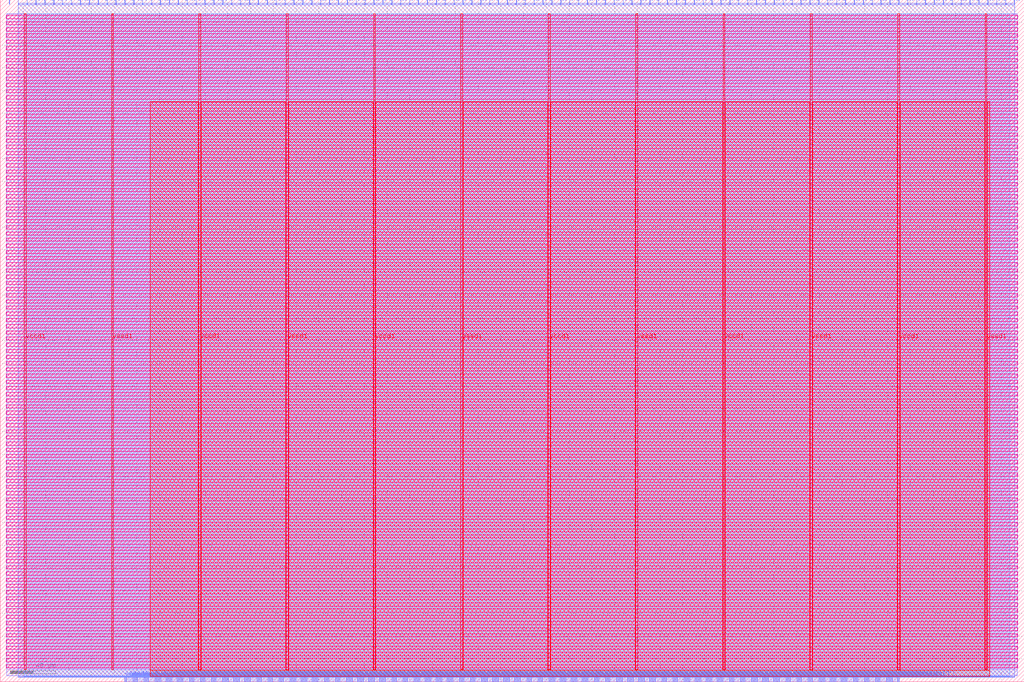
<source format=lef>
VERSION 5.7 ;
  NOWIREEXTENSIONATPIN ON ;
  DIVIDERCHAR "/" ;
  BUSBITCHARS "[]" ;
MACRO user_proj_example
  CLASS BLOCK ;
  FOREIGN user_proj_example ;
  ORIGIN 0.000 0.000 ;
  SIZE 900.000 BY 600.000 ;
  PIN io_in[0]
    DIRECTION INPUT ;
    USE SIGNAL ;
    PORT
      LAYER met2 ;
        RECT 7.910 596.000 8.190 600.000 ;
    END
  END io_in[0]
  PIN io_in[10]
    DIRECTION INPUT ;
    USE SIGNAL ;
    PORT
      LAYER met2 ;
        RECT 242.510 596.000 242.790 600.000 ;
    END
  END io_in[10]
  PIN io_in[11]
    DIRECTION INPUT ;
    USE SIGNAL ;
    PORT
      LAYER met2 ;
        RECT 265.970 596.000 266.250 600.000 ;
    END
  END io_in[11]
  PIN io_in[12]
    DIRECTION INPUT ;
    USE SIGNAL ;
    PORT
      LAYER met2 ;
        RECT 289.430 596.000 289.710 600.000 ;
    END
  END io_in[12]
  PIN io_in[13]
    DIRECTION INPUT ;
    USE SIGNAL ;
    PORT
      LAYER met2 ;
        RECT 312.890 596.000 313.170 600.000 ;
    END
  END io_in[13]
  PIN io_in[14]
    DIRECTION INPUT ;
    USE SIGNAL ;
    PORT
      LAYER met2 ;
        RECT 336.350 596.000 336.630 600.000 ;
    END
  END io_in[14]
  PIN io_in[15]
    DIRECTION INPUT ;
    USE SIGNAL ;
    PORT
      LAYER met2 ;
        RECT 359.810 596.000 360.090 600.000 ;
    END
  END io_in[15]
  PIN io_in[16]
    DIRECTION INPUT ;
    USE SIGNAL ;
    PORT
      LAYER met2 ;
        RECT 383.270 596.000 383.550 600.000 ;
    END
  END io_in[16]
  PIN io_in[17]
    DIRECTION INPUT ;
    USE SIGNAL ;
    PORT
      LAYER met2 ;
        RECT 406.730 596.000 407.010 600.000 ;
    END
  END io_in[17]
  PIN io_in[18]
    DIRECTION INPUT ;
    USE SIGNAL ;
    PORT
      LAYER met2 ;
        RECT 430.190 596.000 430.470 600.000 ;
    END
  END io_in[18]
  PIN io_in[19]
    DIRECTION INPUT ;
    USE SIGNAL ;
    PORT
      LAYER met2 ;
        RECT 453.650 596.000 453.930 600.000 ;
    END
  END io_in[19]
  PIN io_in[1]
    DIRECTION INPUT ;
    USE SIGNAL ;
    PORT
      LAYER met2 ;
        RECT 31.370 596.000 31.650 600.000 ;
    END
  END io_in[1]
  PIN io_in[20]
    DIRECTION INPUT ;
    USE SIGNAL ;
    PORT
      LAYER met2 ;
        RECT 477.110 596.000 477.390 600.000 ;
    END
  END io_in[20]
  PIN io_in[21]
    DIRECTION INPUT ;
    USE SIGNAL ;
    PORT
      LAYER met2 ;
        RECT 500.570 596.000 500.850 600.000 ;
    END
  END io_in[21]
  PIN io_in[22]
    DIRECTION INPUT ;
    USE SIGNAL ;
    PORT
      LAYER met2 ;
        RECT 524.030 596.000 524.310 600.000 ;
    END
  END io_in[22]
  PIN io_in[23]
    DIRECTION INPUT ;
    USE SIGNAL ;
    PORT
      LAYER met2 ;
        RECT 547.490 596.000 547.770 600.000 ;
    END
  END io_in[23]
  PIN io_in[24]
    DIRECTION INPUT ;
    USE SIGNAL ;
    PORT
      LAYER met2 ;
        RECT 570.950 596.000 571.230 600.000 ;
    END
  END io_in[24]
  PIN io_in[25]
    DIRECTION INPUT ;
    USE SIGNAL ;
    PORT
      LAYER met2 ;
        RECT 594.410 596.000 594.690 600.000 ;
    END
  END io_in[25]
  PIN io_in[26]
    DIRECTION INPUT ;
    USE SIGNAL ;
    PORT
      LAYER met2 ;
        RECT 617.870 596.000 618.150 600.000 ;
    END
  END io_in[26]
  PIN io_in[27]
    DIRECTION INPUT ;
    USE SIGNAL ;
    PORT
      LAYER met2 ;
        RECT 641.330 596.000 641.610 600.000 ;
    END
  END io_in[27]
  PIN io_in[28]
    DIRECTION INPUT ;
    USE SIGNAL ;
    PORT
      LAYER met2 ;
        RECT 664.790 596.000 665.070 600.000 ;
    END
  END io_in[28]
  PIN io_in[29]
    DIRECTION INPUT ;
    USE SIGNAL ;
    PORT
      LAYER met2 ;
        RECT 688.250 596.000 688.530 600.000 ;
    END
  END io_in[29]
  PIN io_in[2]
    DIRECTION INPUT ;
    USE SIGNAL ;
    PORT
      LAYER met2 ;
        RECT 54.830 596.000 55.110 600.000 ;
    END
  END io_in[2]
  PIN io_in[30]
    DIRECTION INPUT ;
    USE SIGNAL ;
    PORT
      LAYER met2 ;
        RECT 711.710 596.000 711.990 600.000 ;
    END
  END io_in[30]
  PIN io_in[31]
    DIRECTION INPUT ;
    USE SIGNAL ;
    PORT
      LAYER met2 ;
        RECT 735.170 596.000 735.450 600.000 ;
    END
  END io_in[31]
  PIN io_in[32]
    DIRECTION INPUT ;
    USE SIGNAL ;
    PORT
      LAYER met2 ;
        RECT 758.630 596.000 758.910 600.000 ;
    END
  END io_in[32]
  PIN io_in[33]
    DIRECTION INPUT ;
    USE SIGNAL ;
    PORT
      LAYER met2 ;
        RECT 782.090 596.000 782.370 600.000 ;
    END
  END io_in[33]
  PIN io_in[34]
    DIRECTION INPUT ;
    USE SIGNAL ;
    PORT
      LAYER met2 ;
        RECT 805.550 596.000 805.830 600.000 ;
    END
  END io_in[34]
  PIN io_in[35]
    DIRECTION INPUT ;
    USE SIGNAL ;
    PORT
      LAYER met2 ;
        RECT 829.010 596.000 829.290 600.000 ;
    END
  END io_in[35]
  PIN io_in[36]
    DIRECTION INPUT ;
    USE SIGNAL ;
    PORT
      LAYER met2 ;
        RECT 852.470 596.000 852.750 600.000 ;
    END
  END io_in[36]
  PIN io_in[37]
    DIRECTION INPUT ;
    USE SIGNAL ;
    PORT
      LAYER met2 ;
        RECT 875.930 596.000 876.210 600.000 ;
    END
  END io_in[37]
  PIN io_in[3]
    DIRECTION INPUT ;
    USE SIGNAL ;
    PORT
      LAYER met2 ;
        RECT 78.290 596.000 78.570 600.000 ;
    END
  END io_in[3]
  PIN io_in[4]
    DIRECTION INPUT ;
    USE SIGNAL ;
    PORT
      LAYER met2 ;
        RECT 101.750 596.000 102.030 600.000 ;
    END
  END io_in[4]
  PIN io_in[5]
    DIRECTION INPUT ;
    USE SIGNAL ;
    PORT
      LAYER met2 ;
        RECT 125.210 596.000 125.490 600.000 ;
    END
  END io_in[5]
  PIN io_in[6]
    DIRECTION INPUT ;
    USE SIGNAL ;
    PORT
      LAYER met2 ;
        RECT 148.670 596.000 148.950 600.000 ;
    END
  END io_in[6]
  PIN io_in[7]
    DIRECTION INPUT ;
    USE SIGNAL ;
    PORT
      LAYER met2 ;
        RECT 172.130 596.000 172.410 600.000 ;
    END
  END io_in[7]
  PIN io_in[8]
    DIRECTION INPUT ;
    USE SIGNAL ;
    PORT
      LAYER met2 ;
        RECT 195.590 596.000 195.870 600.000 ;
    END
  END io_in[8]
  PIN io_in[9]
    DIRECTION INPUT ;
    USE SIGNAL ;
    PORT
      LAYER met2 ;
        RECT 219.050 596.000 219.330 600.000 ;
    END
  END io_in[9]
  PIN io_oeb[0]
    DIRECTION OUTPUT TRISTATE ;
    USE SIGNAL ;
    PORT
      LAYER met2 ;
        RECT 15.730 596.000 16.010 600.000 ;
    END
  END io_oeb[0]
  PIN io_oeb[10]
    DIRECTION OUTPUT TRISTATE ;
    USE SIGNAL ;
    PORT
      LAYER met2 ;
        RECT 250.330 596.000 250.610 600.000 ;
    END
  END io_oeb[10]
  PIN io_oeb[11]
    DIRECTION OUTPUT TRISTATE ;
    USE SIGNAL ;
    PORT
      LAYER met2 ;
        RECT 273.790 596.000 274.070 600.000 ;
    END
  END io_oeb[11]
  PIN io_oeb[12]
    DIRECTION OUTPUT TRISTATE ;
    USE SIGNAL ;
    PORT
      LAYER met2 ;
        RECT 297.250 596.000 297.530 600.000 ;
    END
  END io_oeb[12]
  PIN io_oeb[13]
    DIRECTION OUTPUT TRISTATE ;
    USE SIGNAL ;
    PORT
      LAYER met2 ;
        RECT 320.710 596.000 320.990 600.000 ;
    END
  END io_oeb[13]
  PIN io_oeb[14]
    DIRECTION OUTPUT TRISTATE ;
    USE SIGNAL ;
    PORT
      LAYER met2 ;
        RECT 344.170 596.000 344.450 600.000 ;
    END
  END io_oeb[14]
  PIN io_oeb[15]
    DIRECTION OUTPUT TRISTATE ;
    USE SIGNAL ;
    PORT
      LAYER met2 ;
        RECT 367.630 596.000 367.910 600.000 ;
    END
  END io_oeb[15]
  PIN io_oeb[16]
    DIRECTION OUTPUT TRISTATE ;
    USE SIGNAL ;
    PORT
      LAYER met2 ;
        RECT 391.090 596.000 391.370 600.000 ;
    END
  END io_oeb[16]
  PIN io_oeb[17]
    DIRECTION OUTPUT TRISTATE ;
    USE SIGNAL ;
    PORT
      LAYER met2 ;
        RECT 414.550 596.000 414.830 600.000 ;
    END
  END io_oeb[17]
  PIN io_oeb[18]
    DIRECTION OUTPUT TRISTATE ;
    USE SIGNAL ;
    PORT
      LAYER met2 ;
        RECT 438.010 596.000 438.290 600.000 ;
    END
  END io_oeb[18]
  PIN io_oeb[19]
    DIRECTION OUTPUT TRISTATE ;
    USE SIGNAL ;
    PORT
      LAYER met2 ;
        RECT 461.470 596.000 461.750 600.000 ;
    END
  END io_oeb[19]
  PIN io_oeb[1]
    DIRECTION OUTPUT TRISTATE ;
    USE SIGNAL ;
    PORT
      LAYER met2 ;
        RECT 39.190 596.000 39.470 600.000 ;
    END
  END io_oeb[1]
  PIN io_oeb[20]
    DIRECTION OUTPUT TRISTATE ;
    USE SIGNAL ;
    PORT
      LAYER met2 ;
        RECT 484.930 596.000 485.210 600.000 ;
    END
  END io_oeb[20]
  PIN io_oeb[21]
    DIRECTION OUTPUT TRISTATE ;
    USE SIGNAL ;
    PORT
      LAYER met2 ;
        RECT 508.390 596.000 508.670 600.000 ;
    END
  END io_oeb[21]
  PIN io_oeb[22]
    DIRECTION OUTPUT TRISTATE ;
    USE SIGNAL ;
    PORT
      LAYER met2 ;
        RECT 531.850 596.000 532.130 600.000 ;
    END
  END io_oeb[22]
  PIN io_oeb[23]
    DIRECTION OUTPUT TRISTATE ;
    USE SIGNAL ;
    PORT
      LAYER met2 ;
        RECT 555.310 596.000 555.590 600.000 ;
    END
  END io_oeb[23]
  PIN io_oeb[24]
    DIRECTION OUTPUT TRISTATE ;
    USE SIGNAL ;
    PORT
      LAYER met2 ;
        RECT 578.770 596.000 579.050 600.000 ;
    END
  END io_oeb[24]
  PIN io_oeb[25]
    DIRECTION OUTPUT TRISTATE ;
    USE SIGNAL ;
    PORT
      LAYER met2 ;
        RECT 602.230 596.000 602.510 600.000 ;
    END
  END io_oeb[25]
  PIN io_oeb[26]
    DIRECTION OUTPUT TRISTATE ;
    USE SIGNAL ;
    PORT
      LAYER met2 ;
        RECT 625.690 596.000 625.970 600.000 ;
    END
  END io_oeb[26]
  PIN io_oeb[27]
    DIRECTION OUTPUT TRISTATE ;
    USE SIGNAL ;
    PORT
      LAYER met2 ;
        RECT 649.150 596.000 649.430 600.000 ;
    END
  END io_oeb[27]
  PIN io_oeb[28]
    DIRECTION OUTPUT TRISTATE ;
    USE SIGNAL ;
    PORT
      LAYER met2 ;
        RECT 672.610 596.000 672.890 600.000 ;
    END
  END io_oeb[28]
  PIN io_oeb[29]
    DIRECTION OUTPUT TRISTATE ;
    USE SIGNAL ;
    PORT
      LAYER met2 ;
        RECT 696.070 596.000 696.350 600.000 ;
    END
  END io_oeb[29]
  PIN io_oeb[2]
    DIRECTION OUTPUT TRISTATE ;
    USE SIGNAL ;
    PORT
      LAYER met2 ;
        RECT 62.650 596.000 62.930 600.000 ;
    END
  END io_oeb[2]
  PIN io_oeb[30]
    DIRECTION OUTPUT TRISTATE ;
    USE SIGNAL ;
    PORT
      LAYER met2 ;
        RECT 719.530 596.000 719.810 600.000 ;
    END
  END io_oeb[30]
  PIN io_oeb[31]
    DIRECTION OUTPUT TRISTATE ;
    USE SIGNAL ;
    PORT
      LAYER met2 ;
        RECT 742.990 596.000 743.270 600.000 ;
    END
  END io_oeb[31]
  PIN io_oeb[32]
    DIRECTION OUTPUT TRISTATE ;
    USE SIGNAL ;
    PORT
      LAYER met2 ;
        RECT 766.450 596.000 766.730 600.000 ;
    END
  END io_oeb[32]
  PIN io_oeb[33]
    DIRECTION OUTPUT TRISTATE ;
    USE SIGNAL ;
    PORT
      LAYER met2 ;
        RECT 789.910 596.000 790.190 600.000 ;
    END
  END io_oeb[33]
  PIN io_oeb[34]
    DIRECTION OUTPUT TRISTATE ;
    USE SIGNAL ;
    PORT
      LAYER met2 ;
        RECT 813.370 596.000 813.650 600.000 ;
    END
  END io_oeb[34]
  PIN io_oeb[35]
    DIRECTION OUTPUT TRISTATE ;
    USE SIGNAL ;
    PORT
      LAYER met2 ;
        RECT 836.830 596.000 837.110 600.000 ;
    END
  END io_oeb[35]
  PIN io_oeb[36]
    DIRECTION OUTPUT TRISTATE ;
    USE SIGNAL ;
    PORT
      LAYER met2 ;
        RECT 860.290 596.000 860.570 600.000 ;
    END
  END io_oeb[36]
  PIN io_oeb[37]
    DIRECTION OUTPUT TRISTATE ;
    USE SIGNAL ;
    PORT
      LAYER met2 ;
        RECT 883.750 596.000 884.030 600.000 ;
    END
  END io_oeb[37]
  PIN io_oeb[3]
    DIRECTION OUTPUT TRISTATE ;
    USE SIGNAL ;
    PORT
      LAYER met2 ;
        RECT 86.110 596.000 86.390 600.000 ;
    END
  END io_oeb[3]
  PIN io_oeb[4]
    DIRECTION OUTPUT TRISTATE ;
    USE SIGNAL ;
    PORT
      LAYER met2 ;
        RECT 109.570 596.000 109.850 600.000 ;
    END
  END io_oeb[4]
  PIN io_oeb[5]
    DIRECTION OUTPUT TRISTATE ;
    USE SIGNAL ;
    PORT
      LAYER met2 ;
        RECT 133.030 596.000 133.310 600.000 ;
    END
  END io_oeb[5]
  PIN io_oeb[6]
    DIRECTION OUTPUT TRISTATE ;
    USE SIGNAL ;
    PORT
      LAYER met2 ;
        RECT 156.490 596.000 156.770 600.000 ;
    END
  END io_oeb[6]
  PIN io_oeb[7]
    DIRECTION OUTPUT TRISTATE ;
    USE SIGNAL ;
    PORT
      LAYER met2 ;
        RECT 179.950 596.000 180.230 600.000 ;
    END
  END io_oeb[7]
  PIN io_oeb[8]
    DIRECTION OUTPUT TRISTATE ;
    USE SIGNAL ;
    PORT
      LAYER met2 ;
        RECT 203.410 596.000 203.690 600.000 ;
    END
  END io_oeb[8]
  PIN io_oeb[9]
    DIRECTION OUTPUT TRISTATE ;
    USE SIGNAL ;
    PORT
      LAYER met2 ;
        RECT 226.870 596.000 227.150 600.000 ;
    END
  END io_oeb[9]
  PIN io_out[0]
    DIRECTION OUTPUT TRISTATE ;
    USE SIGNAL ;
    PORT
      LAYER met2 ;
        RECT 23.550 596.000 23.830 600.000 ;
    END
  END io_out[0]
  PIN io_out[10]
    DIRECTION OUTPUT TRISTATE ;
    USE SIGNAL ;
    PORT
      LAYER met2 ;
        RECT 258.150 596.000 258.430 600.000 ;
    END
  END io_out[10]
  PIN io_out[11]
    DIRECTION OUTPUT TRISTATE ;
    USE SIGNAL ;
    PORT
      LAYER met2 ;
        RECT 281.610 596.000 281.890 600.000 ;
    END
  END io_out[11]
  PIN io_out[12]
    DIRECTION OUTPUT TRISTATE ;
    USE SIGNAL ;
    PORT
      LAYER met2 ;
        RECT 305.070 596.000 305.350 600.000 ;
    END
  END io_out[12]
  PIN io_out[13]
    DIRECTION OUTPUT TRISTATE ;
    USE SIGNAL ;
    PORT
      LAYER met2 ;
        RECT 328.530 596.000 328.810 600.000 ;
    END
  END io_out[13]
  PIN io_out[14]
    DIRECTION OUTPUT TRISTATE ;
    USE SIGNAL ;
    PORT
      LAYER met2 ;
        RECT 351.990 596.000 352.270 600.000 ;
    END
  END io_out[14]
  PIN io_out[15]
    DIRECTION OUTPUT TRISTATE ;
    USE SIGNAL ;
    PORT
      LAYER met2 ;
        RECT 375.450 596.000 375.730 600.000 ;
    END
  END io_out[15]
  PIN io_out[16]
    DIRECTION OUTPUT TRISTATE ;
    USE SIGNAL ;
    PORT
      LAYER met2 ;
        RECT 398.910 596.000 399.190 600.000 ;
    END
  END io_out[16]
  PIN io_out[17]
    DIRECTION OUTPUT TRISTATE ;
    USE SIGNAL ;
    PORT
      LAYER met2 ;
        RECT 422.370 596.000 422.650 600.000 ;
    END
  END io_out[17]
  PIN io_out[18]
    DIRECTION OUTPUT TRISTATE ;
    USE SIGNAL ;
    PORT
      LAYER met2 ;
        RECT 445.830 596.000 446.110 600.000 ;
    END
  END io_out[18]
  PIN io_out[19]
    DIRECTION OUTPUT TRISTATE ;
    USE SIGNAL ;
    PORT
      LAYER met2 ;
        RECT 469.290 596.000 469.570 600.000 ;
    END
  END io_out[19]
  PIN io_out[1]
    DIRECTION OUTPUT TRISTATE ;
    USE SIGNAL ;
    PORT
      LAYER met2 ;
        RECT 47.010 596.000 47.290 600.000 ;
    END
  END io_out[1]
  PIN io_out[20]
    DIRECTION OUTPUT TRISTATE ;
    USE SIGNAL ;
    PORT
      LAYER met2 ;
        RECT 492.750 596.000 493.030 600.000 ;
    END
  END io_out[20]
  PIN io_out[21]
    DIRECTION OUTPUT TRISTATE ;
    USE SIGNAL ;
    PORT
      LAYER met2 ;
        RECT 516.210 596.000 516.490 600.000 ;
    END
  END io_out[21]
  PIN io_out[22]
    DIRECTION OUTPUT TRISTATE ;
    USE SIGNAL ;
    PORT
      LAYER met2 ;
        RECT 539.670 596.000 539.950 600.000 ;
    END
  END io_out[22]
  PIN io_out[23]
    DIRECTION OUTPUT TRISTATE ;
    USE SIGNAL ;
    PORT
      LAYER met2 ;
        RECT 563.130 596.000 563.410 600.000 ;
    END
  END io_out[23]
  PIN io_out[24]
    DIRECTION OUTPUT TRISTATE ;
    USE SIGNAL ;
    PORT
      LAYER met2 ;
        RECT 586.590 596.000 586.870 600.000 ;
    END
  END io_out[24]
  PIN io_out[25]
    DIRECTION OUTPUT TRISTATE ;
    USE SIGNAL ;
    PORT
      LAYER met2 ;
        RECT 610.050 596.000 610.330 600.000 ;
    END
  END io_out[25]
  PIN io_out[26]
    DIRECTION OUTPUT TRISTATE ;
    USE SIGNAL ;
    PORT
      LAYER met2 ;
        RECT 633.510 596.000 633.790 600.000 ;
    END
  END io_out[26]
  PIN io_out[27]
    DIRECTION OUTPUT TRISTATE ;
    USE SIGNAL ;
    PORT
      LAYER met2 ;
        RECT 656.970 596.000 657.250 600.000 ;
    END
  END io_out[27]
  PIN io_out[28]
    DIRECTION OUTPUT TRISTATE ;
    USE SIGNAL ;
    PORT
      LAYER met2 ;
        RECT 680.430 596.000 680.710 600.000 ;
    END
  END io_out[28]
  PIN io_out[29]
    DIRECTION OUTPUT TRISTATE ;
    USE SIGNAL ;
    PORT
      LAYER met2 ;
        RECT 703.890 596.000 704.170 600.000 ;
    END
  END io_out[29]
  PIN io_out[2]
    DIRECTION OUTPUT TRISTATE ;
    USE SIGNAL ;
    PORT
      LAYER met2 ;
        RECT 70.470 596.000 70.750 600.000 ;
    END
  END io_out[2]
  PIN io_out[30]
    DIRECTION OUTPUT TRISTATE ;
    USE SIGNAL ;
    PORT
      LAYER met2 ;
        RECT 727.350 596.000 727.630 600.000 ;
    END
  END io_out[30]
  PIN io_out[31]
    DIRECTION OUTPUT TRISTATE ;
    USE SIGNAL ;
    PORT
      LAYER met2 ;
        RECT 750.810 596.000 751.090 600.000 ;
    END
  END io_out[31]
  PIN io_out[32]
    DIRECTION OUTPUT TRISTATE ;
    USE SIGNAL ;
    PORT
      LAYER met2 ;
        RECT 774.270 596.000 774.550 600.000 ;
    END
  END io_out[32]
  PIN io_out[33]
    DIRECTION OUTPUT TRISTATE ;
    USE SIGNAL ;
    PORT
      LAYER met2 ;
        RECT 797.730 596.000 798.010 600.000 ;
    END
  END io_out[33]
  PIN io_out[34]
    DIRECTION OUTPUT TRISTATE ;
    USE SIGNAL ;
    PORT
      LAYER met2 ;
        RECT 821.190 596.000 821.470 600.000 ;
    END
  END io_out[34]
  PIN io_out[35]
    DIRECTION OUTPUT TRISTATE ;
    USE SIGNAL ;
    PORT
      LAYER met2 ;
        RECT 844.650 596.000 844.930 600.000 ;
    END
  END io_out[35]
  PIN io_out[36]
    DIRECTION OUTPUT TRISTATE ;
    USE SIGNAL ;
    PORT
      LAYER met2 ;
        RECT 868.110 596.000 868.390 600.000 ;
    END
  END io_out[36]
  PIN io_out[37]
    DIRECTION OUTPUT TRISTATE ;
    USE SIGNAL ;
    PORT
      LAYER met2 ;
        RECT 891.570 596.000 891.850 600.000 ;
    END
  END io_out[37]
  PIN io_out[3]
    DIRECTION OUTPUT TRISTATE ;
    USE SIGNAL ;
    PORT
      LAYER met2 ;
        RECT 93.930 596.000 94.210 600.000 ;
    END
  END io_out[3]
  PIN io_out[4]
    DIRECTION OUTPUT TRISTATE ;
    USE SIGNAL ;
    PORT
      LAYER met2 ;
        RECT 117.390 596.000 117.670 600.000 ;
    END
  END io_out[4]
  PIN io_out[5]
    DIRECTION OUTPUT TRISTATE ;
    USE SIGNAL ;
    PORT
      LAYER met2 ;
        RECT 140.850 596.000 141.130 600.000 ;
    END
  END io_out[5]
  PIN io_out[6]
    DIRECTION OUTPUT TRISTATE ;
    USE SIGNAL ;
    PORT
      LAYER met2 ;
        RECT 164.310 596.000 164.590 600.000 ;
    END
  END io_out[6]
  PIN io_out[7]
    DIRECTION OUTPUT TRISTATE ;
    USE SIGNAL ;
    PORT
      LAYER met2 ;
        RECT 187.770 596.000 188.050 600.000 ;
    END
  END io_out[7]
  PIN io_out[8]
    DIRECTION OUTPUT TRISTATE ;
    USE SIGNAL ;
    PORT
      LAYER met2 ;
        RECT 211.230 596.000 211.510 600.000 ;
    END
  END io_out[8]
  PIN io_out[9]
    DIRECTION OUTPUT TRISTATE ;
    USE SIGNAL ;
    PORT
      LAYER met2 ;
        RECT 234.690 596.000 234.970 600.000 ;
    END
  END io_out[9]
  PIN irq[0]
    DIRECTION OUTPUT TRISTATE ;
    USE SIGNAL ;
    PORT
      LAYER met2 ;
        RECT 787.150 0.000 787.430 4.000 ;
    END
  END irq[0]
  PIN irq[1]
    DIRECTION OUTPUT TRISTATE ;
    USE SIGNAL ;
    PORT
      LAYER met2 ;
        RECT 788.530 0.000 788.810 4.000 ;
    END
  END irq[1]
  PIN irq[2]
    DIRECTION OUTPUT TRISTATE ;
    USE SIGNAL ;
    PORT
      LAYER met2 ;
        RECT 789.910 0.000 790.190 4.000 ;
    END
  END irq[2]
  PIN la_data_in[0]
    DIRECTION INPUT ;
    USE SIGNAL ;
    PORT
      LAYER met2 ;
        RECT 255.850 0.000 256.130 4.000 ;
    END
  END la_data_in[0]
  PIN la_data_in[100]
    DIRECTION INPUT ;
    USE SIGNAL ;
    PORT
      LAYER met2 ;
        RECT 669.850 0.000 670.130 4.000 ;
    END
  END la_data_in[100]
  PIN la_data_in[101]
    DIRECTION INPUT ;
    USE SIGNAL ;
    PORT
      LAYER met2 ;
        RECT 673.990 0.000 674.270 4.000 ;
    END
  END la_data_in[101]
  PIN la_data_in[102]
    DIRECTION INPUT ;
    USE SIGNAL ;
    PORT
      LAYER met2 ;
        RECT 678.130 0.000 678.410 4.000 ;
    END
  END la_data_in[102]
  PIN la_data_in[103]
    DIRECTION INPUT ;
    USE SIGNAL ;
    PORT
      LAYER met2 ;
        RECT 682.270 0.000 682.550 4.000 ;
    END
  END la_data_in[103]
  PIN la_data_in[104]
    DIRECTION INPUT ;
    USE SIGNAL ;
    PORT
      LAYER met2 ;
        RECT 686.410 0.000 686.690 4.000 ;
    END
  END la_data_in[104]
  PIN la_data_in[105]
    DIRECTION INPUT ;
    USE SIGNAL ;
    PORT
      LAYER met2 ;
        RECT 690.550 0.000 690.830 4.000 ;
    END
  END la_data_in[105]
  PIN la_data_in[106]
    DIRECTION INPUT ;
    USE SIGNAL ;
    PORT
      LAYER met2 ;
        RECT 694.690 0.000 694.970 4.000 ;
    END
  END la_data_in[106]
  PIN la_data_in[107]
    DIRECTION INPUT ;
    USE SIGNAL ;
    PORT
      LAYER met2 ;
        RECT 698.830 0.000 699.110 4.000 ;
    END
  END la_data_in[107]
  PIN la_data_in[108]
    DIRECTION INPUT ;
    USE SIGNAL ;
    PORT
      LAYER met2 ;
        RECT 702.970 0.000 703.250 4.000 ;
    END
  END la_data_in[108]
  PIN la_data_in[109]
    DIRECTION INPUT ;
    USE SIGNAL ;
    PORT
      LAYER met2 ;
        RECT 707.110 0.000 707.390 4.000 ;
    END
  END la_data_in[109]
  PIN la_data_in[10]
    DIRECTION INPUT ;
    USE SIGNAL ;
    PORT
      LAYER met2 ;
        RECT 297.250 0.000 297.530 4.000 ;
    END
  END la_data_in[10]
  PIN la_data_in[110]
    DIRECTION INPUT ;
    USE SIGNAL ;
    PORT
      LAYER met2 ;
        RECT 711.250 0.000 711.530 4.000 ;
    END
  END la_data_in[110]
  PIN la_data_in[111]
    DIRECTION INPUT ;
    USE SIGNAL ;
    PORT
      LAYER met2 ;
        RECT 715.390 0.000 715.670 4.000 ;
    END
  END la_data_in[111]
  PIN la_data_in[112]
    DIRECTION INPUT ;
    USE SIGNAL ;
    PORT
      LAYER met2 ;
        RECT 719.530 0.000 719.810 4.000 ;
    END
  END la_data_in[112]
  PIN la_data_in[113]
    DIRECTION INPUT ;
    USE SIGNAL ;
    PORT
      LAYER met2 ;
        RECT 723.670 0.000 723.950 4.000 ;
    END
  END la_data_in[113]
  PIN la_data_in[114]
    DIRECTION INPUT ;
    USE SIGNAL ;
    PORT
      LAYER met2 ;
        RECT 727.810 0.000 728.090 4.000 ;
    END
  END la_data_in[114]
  PIN la_data_in[115]
    DIRECTION INPUT ;
    USE SIGNAL ;
    PORT
      LAYER met2 ;
        RECT 731.950 0.000 732.230 4.000 ;
    END
  END la_data_in[115]
  PIN la_data_in[116]
    DIRECTION INPUT ;
    USE SIGNAL ;
    PORT
      LAYER met2 ;
        RECT 736.090 0.000 736.370 4.000 ;
    END
  END la_data_in[116]
  PIN la_data_in[117]
    DIRECTION INPUT ;
    USE SIGNAL ;
    PORT
      LAYER met2 ;
        RECT 740.230 0.000 740.510 4.000 ;
    END
  END la_data_in[117]
  PIN la_data_in[118]
    DIRECTION INPUT ;
    USE SIGNAL ;
    PORT
      LAYER met2 ;
        RECT 744.370 0.000 744.650 4.000 ;
    END
  END la_data_in[118]
  PIN la_data_in[119]
    DIRECTION INPUT ;
    USE SIGNAL ;
    PORT
      LAYER met2 ;
        RECT 748.510 0.000 748.790 4.000 ;
    END
  END la_data_in[119]
  PIN la_data_in[11]
    DIRECTION INPUT ;
    USE SIGNAL ;
    PORT
      LAYER met2 ;
        RECT 301.390 0.000 301.670 4.000 ;
    END
  END la_data_in[11]
  PIN la_data_in[120]
    DIRECTION INPUT ;
    USE SIGNAL ;
    PORT
      LAYER met2 ;
        RECT 752.650 0.000 752.930 4.000 ;
    END
  END la_data_in[120]
  PIN la_data_in[121]
    DIRECTION INPUT ;
    USE SIGNAL ;
    PORT
      LAYER met2 ;
        RECT 756.790 0.000 757.070 4.000 ;
    END
  END la_data_in[121]
  PIN la_data_in[122]
    DIRECTION INPUT ;
    USE SIGNAL ;
    PORT
      LAYER met2 ;
        RECT 760.930 0.000 761.210 4.000 ;
    END
  END la_data_in[122]
  PIN la_data_in[123]
    DIRECTION INPUT ;
    USE SIGNAL ;
    PORT
      LAYER met2 ;
        RECT 765.070 0.000 765.350 4.000 ;
    END
  END la_data_in[123]
  PIN la_data_in[124]
    DIRECTION INPUT ;
    USE SIGNAL ;
    PORT
      LAYER met2 ;
        RECT 769.210 0.000 769.490 4.000 ;
    END
  END la_data_in[124]
  PIN la_data_in[125]
    DIRECTION INPUT ;
    USE SIGNAL ;
    PORT
      LAYER met2 ;
        RECT 773.350 0.000 773.630 4.000 ;
    END
  END la_data_in[125]
  PIN la_data_in[126]
    DIRECTION INPUT ;
    USE SIGNAL ;
    PORT
      LAYER met2 ;
        RECT 777.490 0.000 777.770 4.000 ;
    END
  END la_data_in[126]
  PIN la_data_in[127]
    DIRECTION INPUT ;
    USE SIGNAL ;
    PORT
      LAYER met2 ;
        RECT 781.630 0.000 781.910 4.000 ;
    END
  END la_data_in[127]
  PIN la_data_in[12]
    DIRECTION INPUT ;
    USE SIGNAL ;
    PORT
      LAYER met2 ;
        RECT 305.530 0.000 305.810 4.000 ;
    END
  END la_data_in[12]
  PIN la_data_in[13]
    DIRECTION INPUT ;
    USE SIGNAL ;
    PORT
      LAYER met2 ;
        RECT 309.670 0.000 309.950 4.000 ;
    END
  END la_data_in[13]
  PIN la_data_in[14]
    DIRECTION INPUT ;
    USE SIGNAL ;
    PORT
      LAYER met2 ;
        RECT 313.810 0.000 314.090 4.000 ;
    END
  END la_data_in[14]
  PIN la_data_in[15]
    DIRECTION INPUT ;
    USE SIGNAL ;
    PORT
      LAYER met2 ;
        RECT 317.950 0.000 318.230 4.000 ;
    END
  END la_data_in[15]
  PIN la_data_in[16]
    DIRECTION INPUT ;
    USE SIGNAL ;
    PORT
      LAYER met2 ;
        RECT 322.090 0.000 322.370 4.000 ;
    END
  END la_data_in[16]
  PIN la_data_in[17]
    DIRECTION INPUT ;
    USE SIGNAL ;
    PORT
      LAYER met2 ;
        RECT 326.230 0.000 326.510 4.000 ;
    END
  END la_data_in[17]
  PIN la_data_in[18]
    DIRECTION INPUT ;
    USE SIGNAL ;
    PORT
      LAYER met2 ;
        RECT 330.370 0.000 330.650 4.000 ;
    END
  END la_data_in[18]
  PIN la_data_in[19]
    DIRECTION INPUT ;
    USE SIGNAL ;
    PORT
      LAYER met2 ;
        RECT 334.510 0.000 334.790 4.000 ;
    END
  END la_data_in[19]
  PIN la_data_in[1]
    DIRECTION INPUT ;
    USE SIGNAL ;
    PORT
      LAYER met2 ;
        RECT 259.990 0.000 260.270 4.000 ;
    END
  END la_data_in[1]
  PIN la_data_in[20]
    DIRECTION INPUT ;
    USE SIGNAL ;
    PORT
      LAYER met2 ;
        RECT 338.650 0.000 338.930 4.000 ;
    END
  END la_data_in[20]
  PIN la_data_in[21]
    DIRECTION INPUT ;
    USE SIGNAL ;
    PORT
      LAYER met2 ;
        RECT 342.790 0.000 343.070 4.000 ;
    END
  END la_data_in[21]
  PIN la_data_in[22]
    DIRECTION INPUT ;
    USE SIGNAL ;
    PORT
      LAYER met2 ;
        RECT 346.930 0.000 347.210 4.000 ;
    END
  END la_data_in[22]
  PIN la_data_in[23]
    DIRECTION INPUT ;
    USE SIGNAL ;
    PORT
      LAYER met2 ;
        RECT 351.070 0.000 351.350 4.000 ;
    END
  END la_data_in[23]
  PIN la_data_in[24]
    DIRECTION INPUT ;
    USE SIGNAL ;
    PORT
      LAYER met2 ;
        RECT 355.210 0.000 355.490 4.000 ;
    END
  END la_data_in[24]
  PIN la_data_in[25]
    DIRECTION INPUT ;
    USE SIGNAL ;
    PORT
      LAYER met2 ;
        RECT 359.350 0.000 359.630 4.000 ;
    END
  END la_data_in[25]
  PIN la_data_in[26]
    DIRECTION INPUT ;
    USE SIGNAL ;
    PORT
      LAYER met2 ;
        RECT 363.490 0.000 363.770 4.000 ;
    END
  END la_data_in[26]
  PIN la_data_in[27]
    DIRECTION INPUT ;
    USE SIGNAL ;
    PORT
      LAYER met2 ;
        RECT 367.630 0.000 367.910 4.000 ;
    END
  END la_data_in[27]
  PIN la_data_in[28]
    DIRECTION INPUT ;
    USE SIGNAL ;
    PORT
      LAYER met2 ;
        RECT 371.770 0.000 372.050 4.000 ;
    END
  END la_data_in[28]
  PIN la_data_in[29]
    DIRECTION INPUT ;
    USE SIGNAL ;
    PORT
      LAYER met2 ;
        RECT 375.910 0.000 376.190 4.000 ;
    END
  END la_data_in[29]
  PIN la_data_in[2]
    DIRECTION INPUT ;
    USE SIGNAL ;
    PORT
      LAYER met2 ;
        RECT 264.130 0.000 264.410 4.000 ;
    END
  END la_data_in[2]
  PIN la_data_in[30]
    DIRECTION INPUT ;
    USE SIGNAL ;
    PORT
      LAYER met2 ;
        RECT 380.050 0.000 380.330 4.000 ;
    END
  END la_data_in[30]
  PIN la_data_in[31]
    DIRECTION INPUT ;
    USE SIGNAL ;
    PORT
      LAYER met2 ;
        RECT 384.190 0.000 384.470 4.000 ;
    END
  END la_data_in[31]
  PIN la_data_in[32]
    DIRECTION INPUT ;
    USE SIGNAL ;
    PORT
      LAYER met2 ;
        RECT 388.330 0.000 388.610 4.000 ;
    END
  END la_data_in[32]
  PIN la_data_in[33]
    DIRECTION INPUT ;
    USE SIGNAL ;
    PORT
      LAYER met2 ;
        RECT 392.470 0.000 392.750 4.000 ;
    END
  END la_data_in[33]
  PIN la_data_in[34]
    DIRECTION INPUT ;
    USE SIGNAL ;
    PORT
      LAYER met2 ;
        RECT 396.610 0.000 396.890 4.000 ;
    END
  END la_data_in[34]
  PIN la_data_in[35]
    DIRECTION INPUT ;
    USE SIGNAL ;
    PORT
      LAYER met2 ;
        RECT 400.750 0.000 401.030 4.000 ;
    END
  END la_data_in[35]
  PIN la_data_in[36]
    DIRECTION INPUT ;
    USE SIGNAL ;
    PORT
      LAYER met2 ;
        RECT 404.890 0.000 405.170 4.000 ;
    END
  END la_data_in[36]
  PIN la_data_in[37]
    DIRECTION INPUT ;
    USE SIGNAL ;
    PORT
      LAYER met2 ;
        RECT 409.030 0.000 409.310 4.000 ;
    END
  END la_data_in[37]
  PIN la_data_in[38]
    DIRECTION INPUT ;
    USE SIGNAL ;
    PORT
      LAYER met2 ;
        RECT 413.170 0.000 413.450 4.000 ;
    END
  END la_data_in[38]
  PIN la_data_in[39]
    DIRECTION INPUT ;
    USE SIGNAL ;
    PORT
      LAYER met2 ;
        RECT 417.310 0.000 417.590 4.000 ;
    END
  END la_data_in[39]
  PIN la_data_in[3]
    DIRECTION INPUT ;
    USE SIGNAL ;
    PORT
      LAYER met2 ;
        RECT 268.270 0.000 268.550 4.000 ;
    END
  END la_data_in[3]
  PIN la_data_in[40]
    DIRECTION INPUT ;
    USE SIGNAL ;
    PORT
      LAYER met2 ;
        RECT 421.450 0.000 421.730 4.000 ;
    END
  END la_data_in[40]
  PIN la_data_in[41]
    DIRECTION INPUT ;
    USE SIGNAL ;
    PORT
      LAYER met2 ;
        RECT 425.590 0.000 425.870 4.000 ;
    END
  END la_data_in[41]
  PIN la_data_in[42]
    DIRECTION INPUT ;
    USE SIGNAL ;
    PORT
      LAYER met2 ;
        RECT 429.730 0.000 430.010 4.000 ;
    END
  END la_data_in[42]
  PIN la_data_in[43]
    DIRECTION INPUT ;
    USE SIGNAL ;
    PORT
      LAYER met2 ;
        RECT 433.870 0.000 434.150 4.000 ;
    END
  END la_data_in[43]
  PIN la_data_in[44]
    DIRECTION INPUT ;
    USE SIGNAL ;
    PORT
      LAYER met2 ;
        RECT 438.010 0.000 438.290 4.000 ;
    END
  END la_data_in[44]
  PIN la_data_in[45]
    DIRECTION INPUT ;
    USE SIGNAL ;
    PORT
      LAYER met2 ;
        RECT 442.150 0.000 442.430 4.000 ;
    END
  END la_data_in[45]
  PIN la_data_in[46]
    DIRECTION INPUT ;
    USE SIGNAL ;
    PORT
      LAYER met2 ;
        RECT 446.290 0.000 446.570 4.000 ;
    END
  END la_data_in[46]
  PIN la_data_in[47]
    DIRECTION INPUT ;
    USE SIGNAL ;
    PORT
      LAYER met2 ;
        RECT 450.430 0.000 450.710 4.000 ;
    END
  END la_data_in[47]
  PIN la_data_in[48]
    DIRECTION INPUT ;
    USE SIGNAL ;
    PORT
      LAYER met2 ;
        RECT 454.570 0.000 454.850 4.000 ;
    END
  END la_data_in[48]
  PIN la_data_in[49]
    DIRECTION INPUT ;
    USE SIGNAL ;
    PORT
      LAYER met2 ;
        RECT 458.710 0.000 458.990 4.000 ;
    END
  END la_data_in[49]
  PIN la_data_in[4]
    DIRECTION INPUT ;
    USE SIGNAL ;
    PORT
      LAYER met2 ;
        RECT 272.410 0.000 272.690 4.000 ;
    END
  END la_data_in[4]
  PIN la_data_in[50]
    DIRECTION INPUT ;
    USE SIGNAL ;
    PORT
      LAYER met2 ;
        RECT 462.850 0.000 463.130 4.000 ;
    END
  END la_data_in[50]
  PIN la_data_in[51]
    DIRECTION INPUT ;
    USE SIGNAL ;
    PORT
      LAYER met2 ;
        RECT 466.990 0.000 467.270 4.000 ;
    END
  END la_data_in[51]
  PIN la_data_in[52]
    DIRECTION INPUT ;
    USE SIGNAL ;
    PORT
      LAYER met2 ;
        RECT 471.130 0.000 471.410 4.000 ;
    END
  END la_data_in[52]
  PIN la_data_in[53]
    DIRECTION INPUT ;
    USE SIGNAL ;
    PORT
      LAYER met2 ;
        RECT 475.270 0.000 475.550 4.000 ;
    END
  END la_data_in[53]
  PIN la_data_in[54]
    DIRECTION INPUT ;
    USE SIGNAL ;
    PORT
      LAYER met2 ;
        RECT 479.410 0.000 479.690 4.000 ;
    END
  END la_data_in[54]
  PIN la_data_in[55]
    DIRECTION INPUT ;
    USE SIGNAL ;
    PORT
      LAYER met2 ;
        RECT 483.550 0.000 483.830 4.000 ;
    END
  END la_data_in[55]
  PIN la_data_in[56]
    DIRECTION INPUT ;
    USE SIGNAL ;
    PORT
      LAYER met2 ;
        RECT 487.690 0.000 487.970 4.000 ;
    END
  END la_data_in[56]
  PIN la_data_in[57]
    DIRECTION INPUT ;
    USE SIGNAL ;
    PORT
      LAYER met2 ;
        RECT 491.830 0.000 492.110 4.000 ;
    END
  END la_data_in[57]
  PIN la_data_in[58]
    DIRECTION INPUT ;
    USE SIGNAL ;
    PORT
      LAYER met2 ;
        RECT 495.970 0.000 496.250 4.000 ;
    END
  END la_data_in[58]
  PIN la_data_in[59]
    DIRECTION INPUT ;
    USE SIGNAL ;
    PORT
      LAYER met2 ;
        RECT 500.110 0.000 500.390 4.000 ;
    END
  END la_data_in[59]
  PIN la_data_in[5]
    DIRECTION INPUT ;
    USE SIGNAL ;
    PORT
      LAYER met2 ;
        RECT 276.550 0.000 276.830 4.000 ;
    END
  END la_data_in[5]
  PIN la_data_in[60]
    DIRECTION INPUT ;
    USE SIGNAL ;
    PORT
      LAYER met2 ;
        RECT 504.250 0.000 504.530 4.000 ;
    END
  END la_data_in[60]
  PIN la_data_in[61]
    DIRECTION INPUT ;
    USE SIGNAL ;
    PORT
      LAYER met2 ;
        RECT 508.390 0.000 508.670 4.000 ;
    END
  END la_data_in[61]
  PIN la_data_in[62]
    DIRECTION INPUT ;
    USE SIGNAL ;
    PORT
      LAYER met2 ;
        RECT 512.530 0.000 512.810 4.000 ;
    END
  END la_data_in[62]
  PIN la_data_in[63]
    DIRECTION INPUT ;
    USE SIGNAL ;
    PORT
      LAYER met2 ;
        RECT 516.670 0.000 516.950 4.000 ;
    END
  END la_data_in[63]
  PIN la_data_in[64]
    DIRECTION INPUT ;
    USE SIGNAL ;
    PORT
      LAYER met2 ;
        RECT 520.810 0.000 521.090 4.000 ;
    END
  END la_data_in[64]
  PIN la_data_in[65]
    DIRECTION INPUT ;
    USE SIGNAL ;
    PORT
      LAYER met2 ;
        RECT 524.950 0.000 525.230 4.000 ;
    END
  END la_data_in[65]
  PIN la_data_in[66]
    DIRECTION INPUT ;
    USE SIGNAL ;
    PORT
      LAYER met2 ;
        RECT 529.090 0.000 529.370 4.000 ;
    END
  END la_data_in[66]
  PIN la_data_in[67]
    DIRECTION INPUT ;
    USE SIGNAL ;
    PORT
      LAYER met2 ;
        RECT 533.230 0.000 533.510 4.000 ;
    END
  END la_data_in[67]
  PIN la_data_in[68]
    DIRECTION INPUT ;
    USE SIGNAL ;
    PORT
      LAYER met2 ;
        RECT 537.370 0.000 537.650 4.000 ;
    END
  END la_data_in[68]
  PIN la_data_in[69]
    DIRECTION INPUT ;
    USE SIGNAL ;
    PORT
      LAYER met2 ;
        RECT 541.510 0.000 541.790 4.000 ;
    END
  END la_data_in[69]
  PIN la_data_in[6]
    DIRECTION INPUT ;
    USE SIGNAL ;
    PORT
      LAYER met2 ;
        RECT 280.690 0.000 280.970 4.000 ;
    END
  END la_data_in[6]
  PIN la_data_in[70]
    DIRECTION INPUT ;
    USE SIGNAL ;
    PORT
      LAYER met2 ;
        RECT 545.650 0.000 545.930 4.000 ;
    END
  END la_data_in[70]
  PIN la_data_in[71]
    DIRECTION INPUT ;
    USE SIGNAL ;
    PORT
      LAYER met2 ;
        RECT 549.790 0.000 550.070 4.000 ;
    END
  END la_data_in[71]
  PIN la_data_in[72]
    DIRECTION INPUT ;
    USE SIGNAL ;
    PORT
      LAYER met2 ;
        RECT 553.930 0.000 554.210 4.000 ;
    END
  END la_data_in[72]
  PIN la_data_in[73]
    DIRECTION INPUT ;
    USE SIGNAL ;
    PORT
      LAYER met2 ;
        RECT 558.070 0.000 558.350 4.000 ;
    END
  END la_data_in[73]
  PIN la_data_in[74]
    DIRECTION INPUT ;
    USE SIGNAL ;
    PORT
      LAYER met2 ;
        RECT 562.210 0.000 562.490 4.000 ;
    END
  END la_data_in[74]
  PIN la_data_in[75]
    DIRECTION INPUT ;
    USE SIGNAL ;
    PORT
      LAYER met2 ;
        RECT 566.350 0.000 566.630 4.000 ;
    END
  END la_data_in[75]
  PIN la_data_in[76]
    DIRECTION INPUT ;
    USE SIGNAL ;
    PORT
      LAYER met2 ;
        RECT 570.490 0.000 570.770 4.000 ;
    END
  END la_data_in[76]
  PIN la_data_in[77]
    DIRECTION INPUT ;
    USE SIGNAL ;
    PORT
      LAYER met2 ;
        RECT 574.630 0.000 574.910 4.000 ;
    END
  END la_data_in[77]
  PIN la_data_in[78]
    DIRECTION INPUT ;
    USE SIGNAL ;
    PORT
      LAYER met2 ;
        RECT 578.770 0.000 579.050 4.000 ;
    END
  END la_data_in[78]
  PIN la_data_in[79]
    DIRECTION INPUT ;
    USE SIGNAL ;
    PORT
      LAYER met2 ;
        RECT 582.910 0.000 583.190 4.000 ;
    END
  END la_data_in[79]
  PIN la_data_in[7]
    DIRECTION INPUT ;
    USE SIGNAL ;
    PORT
      LAYER met2 ;
        RECT 284.830 0.000 285.110 4.000 ;
    END
  END la_data_in[7]
  PIN la_data_in[80]
    DIRECTION INPUT ;
    USE SIGNAL ;
    PORT
      LAYER met2 ;
        RECT 587.050 0.000 587.330 4.000 ;
    END
  END la_data_in[80]
  PIN la_data_in[81]
    DIRECTION INPUT ;
    USE SIGNAL ;
    PORT
      LAYER met2 ;
        RECT 591.190 0.000 591.470 4.000 ;
    END
  END la_data_in[81]
  PIN la_data_in[82]
    DIRECTION INPUT ;
    USE SIGNAL ;
    PORT
      LAYER met2 ;
        RECT 595.330 0.000 595.610 4.000 ;
    END
  END la_data_in[82]
  PIN la_data_in[83]
    DIRECTION INPUT ;
    USE SIGNAL ;
    PORT
      LAYER met2 ;
        RECT 599.470 0.000 599.750 4.000 ;
    END
  END la_data_in[83]
  PIN la_data_in[84]
    DIRECTION INPUT ;
    USE SIGNAL ;
    PORT
      LAYER met2 ;
        RECT 603.610 0.000 603.890 4.000 ;
    END
  END la_data_in[84]
  PIN la_data_in[85]
    DIRECTION INPUT ;
    USE SIGNAL ;
    PORT
      LAYER met2 ;
        RECT 607.750 0.000 608.030 4.000 ;
    END
  END la_data_in[85]
  PIN la_data_in[86]
    DIRECTION INPUT ;
    USE SIGNAL ;
    PORT
      LAYER met2 ;
        RECT 611.890 0.000 612.170 4.000 ;
    END
  END la_data_in[86]
  PIN la_data_in[87]
    DIRECTION INPUT ;
    USE SIGNAL ;
    PORT
      LAYER met2 ;
        RECT 616.030 0.000 616.310 4.000 ;
    END
  END la_data_in[87]
  PIN la_data_in[88]
    DIRECTION INPUT ;
    USE SIGNAL ;
    PORT
      LAYER met2 ;
        RECT 620.170 0.000 620.450 4.000 ;
    END
  END la_data_in[88]
  PIN la_data_in[89]
    DIRECTION INPUT ;
    USE SIGNAL ;
    PORT
      LAYER met2 ;
        RECT 624.310 0.000 624.590 4.000 ;
    END
  END la_data_in[89]
  PIN la_data_in[8]
    DIRECTION INPUT ;
    USE SIGNAL ;
    PORT
      LAYER met2 ;
        RECT 288.970 0.000 289.250 4.000 ;
    END
  END la_data_in[8]
  PIN la_data_in[90]
    DIRECTION INPUT ;
    USE SIGNAL ;
    PORT
      LAYER met2 ;
        RECT 628.450 0.000 628.730 4.000 ;
    END
  END la_data_in[90]
  PIN la_data_in[91]
    DIRECTION INPUT ;
    USE SIGNAL ;
    PORT
      LAYER met2 ;
        RECT 632.590 0.000 632.870 4.000 ;
    END
  END la_data_in[91]
  PIN la_data_in[92]
    DIRECTION INPUT ;
    USE SIGNAL ;
    PORT
      LAYER met2 ;
        RECT 636.730 0.000 637.010 4.000 ;
    END
  END la_data_in[92]
  PIN la_data_in[93]
    DIRECTION INPUT ;
    USE SIGNAL ;
    PORT
      LAYER met2 ;
        RECT 640.870 0.000 641.150 4.000 ;
    END
  END la_data_in[93]
  PIN la_data_in[94]
    DIRECTION INPUT ;
    USE SIGNAL ;
    PORT
      LAYER met2 ;
        RECT 645.010 0.000 645.290 4.000 ;
    END
  END la_data_in[94]
  PIN la_data_in[95]
    DIRECTION INPUT ;
    USE SIGNAL ;
    PORT
      LAYER met2 ;
        RECT 649.150 0.000 649.430 4.000 ;
    END
  END la_data_in[95]
  PIN la_data_in[96]
    DIRECTION INPUT ;
    USE SIGNAL ;
    PORT
      LAYER met2 ;
        RECT 653.290 0.000 653.570 4.000 ;
    END
  END la_data_in[96]
  PIN la_data_in[97]
    DIRECTION INPUT ;
    USE SIGNAL ;
    PORT
      LAYER met2 ;
        RECT 657.430 0.000 657.710 4.000 ;
    END
  END la_data_in[97]
  PIN la_data_in[98]
    DIRECTION INPUT ;
    USE SIGNAL ;
    PORT
      LAYER met2 ;
        RECT 661.570 0.000 661.850 4.000 ;
    END
  END la_data_in[98]
  PIN la_data_in[99]
    DIRECTION INPUT ;
    USE SIGNAL ;
    PORT
      LAYER met2 ;
        RECT 665.710 0.000 665.990 4.000 ;
    END
  END la_data_in[99]
  PIN la_data_in[9]
    DIRECTION INPUT ;
    USE SIGNAL ;
    PORT
      LAYER met2 ;
        RECT 293.110 0.000 293.390 4.000 ;
    END
  END la_data_in[9]
  PIN la_data_out[0]
    DIRECTION OUTPUT TRISTATE ;
    USE SIGNAL ;
    PORT
      LAYER met2 ;
        RECT 257.230 0.000 257.510 4.000 ;
    END
  END la_data_out[0]
  PIN la_data_out[100]
    DIRECTION OUTPUT TRISTATE ;
    USE SIGNAL ;
    PORT
      LAYER met2 ;
        RECT 671.230 0.000 671.510 4.000 ;
    END
  END la_data_out[100]
  PIN la_data_out[101]
    DIRECTION OUTPUT TRISTATE ;
    USE SIGNAL ;
    PORT
      LAYER met2 ;
        RECT 675.370 0.000 675.650 4.000 ;
    END
  END la_data_out[101]
  PIN la_data_out[102]
    DIRECTION OUTPUT TRISTATE ;
    USE SIGNAL ;
    PORT
      LAYER met2 ;
        RECT 679.510 0.000 679.790 4.000 ;
    END
  END la_data_out[102]
  PIN la_data_out[103]
    DIRECTION OUTPUT TRISTATE ;
    USE SIGNAL ;
    PORT
      LAYER met2 ;
        RECT 683.650 0.000 683.930 4.000 ;
    END
  END la_data_out[103]
  PIN la_data_out[104]
    DIRECTION OUTPUT TRISTATE ;
    USE SIGNAL ;
    PORT
      LAYER met2 ;
        RECT 687.790 0.000 688.070 4.000 ;
    END
  END la_data_out[104]
  PIN la_data_out[105]
    DIRECTION OUTPUT TRISTATE ;
    USE SIGNAL ;
    PORT
      LAYER met2 ;
        RECT 691.930 0.000 692.210 4.000 ;
    END
  END la_data_out[105]
  PIN la_data_out[106]
    DIRECTION OUTPUT TRISTATE ;
    USE SIGNAL ;
    PORT
      LAYER met2 ;
        RECT 696.070 0.000 696.350 4.000 ;
    END
  END la_data_out[106]
  PIN la_data_out[107]
    DIRECTION OUTPUT TRISTATE ;
    USE SIGNAL ;
    PORT
      LAYER met2 ;
        RECT 700.210 0.000 700.490 4.000 ;
    END
  END la_data_out[107]
  PIN la_data_out[108]
    DIRECTION OUTPUT TRISTATE ;
    USE SIGNAL ;
    PORT
      LAYER met2 ;
        RECT 704.350 0.000 704.630 4.000 ;
    END
  END la_data_out[108]
  PIN la_data_out[109]
    DIRECTION OUTPUT TRISTATE ;
    USE SIGNAL ;
    PORT
      LAYER met2 ;
        RECT 708.490 0.000 708.770 4.000 ;
    END
  END la_data_out[109]
  PIN la_data_out[10]
    DIRECTION OUTPUT TRISTATE ;
    USE SIGNAL ;
    PORT
      LAYER met2 ;
        RECT 298.630 0.000 298.910 4.000 ;
    END
  END la_data_out[10]
  PIN la_data_out[110]
    DIRECTION OUTPUT TRISTATE ;
    USE SIGNAL ;
    PORT
      LAYER met2 ;
        RECT 712.630 0.000 712.910 4.000 ;
    END
  END la_data_out[110]
  PIN la_data_out[111]
    DIRECTION OUTPUT TRISTATE ;
    USE SIGNAL ;
    PORT
      LAYER met2 ;
        RECT 716.770 0.000 717.050 4.000 ;
    END
  END la_data_out[111]
  PIN la_data_out[112]
    DIRECTION OUTPUT TRISTATE ;
    USE SIGNAL ;
    PORT
      LAYER met2 ;
        RECT 720.910 0.000 721.190 4.000 ;
    END
  END la_data_out[112]
  PIN la_data_out[113]
    DIRECTION OUTPUT TRISTATE ;
    USE SIGNAL ;
    PORT
      LAYER met2 ;
        RECT 725.050 0.000 725.330 4.000 ;
    END
  END la_data_out[113]
  PIN la_data_out[114]
    DIRECTION OUTPUT TRISTATE ;
    USE SIGNAL ;
    PORT
      LAYER met2 ;
        RECT 729.190 0.000 729.470 4.000 ;
    END
  END la_data_out[114]
  PIN la_data_out[115]
    DIRECTION OUTPUT TRISTATE ;
    USE SIGNAL ;
    PORT
      LAYER met2 ;
        RECT 733.330 0.000 733.610 4.000 ;
    END
  END la_data_out[115]
  PIN la_data_out[116]
    DIRECTION OUTPUT TRISTATE ;
    USE SIGNAL ;
    PORT
      LAYER met2 ;
        RECT 737.470 0.000 737.750 4.000 ;
    END
  END la_data_out[116]
  PIN la_data_out[117]
    DIRECTION OUTPUT TRISTATE ;
    USE SIGNAL ;
    PORT
      LAYER met2 ;
        RECT 741.610 0.000 741.890 4.000 ;
    END
  END la_data_out[117]
  PIN la_data_out[118]
    DIRECTION OUTPUT TRISTATE ;
    USE SIGNAL ;
    PORT
      LAYER met2 ;
        RECT 745.750 0.000 746.030 4.000 ;
    END
  END la_data_out[118]
  PIN la_data_out[119]
    DIRECTION OUTPUT TRISTATE ;
    USE SIGNAL ;
    PORT
      LAYER met2 ;
        RECT 749.890 0.000 750.170 4.000 ;
    END
  END la_data_out[119]
  PIN la_data_out[11]
    DIRECTION OUTPUT TRISTATE ;
    USE SIGNAL ;
    PORT
      LAYER met2 ;
        RECT 302.770 0.000 303.050 4.000 ;
    END
  END la_data_out[11]
  PIN la_data_out[120]
    DIRECTION OUTPUT TRISTATE ;
    USE SIGNAL ;
    PORT
      LAYER met2 ;
        RECT 754.030 0.000 754.310 4.000 ;
    END
  END la_data_out[120]
  PIN la_data_out[121]
    DIRECTION OUTPUT TRISTATE ;
    USE SIGNAL ;
    PORT
      LAYER met2 ;
        RECT 758.170 0.000 758.450 4.000 ;
    END
  END la_data_out[121]
  PIN la_data_out[122]
    DIRECTION OUTPUT TRISTATE ;
    USE SIGNAL ;
    PORT
      LAYER met2 ;
        RECT 762.310 0.000 762.590 4.000 ;
    END
  END la_data_out[122]
  PIN la_data_out[123]
    DIRECTION OUTPUT TRISTATE ;
    USE SIGNAL ;
    PORT
      LAYER met2 ;
        RECT 766.450 0.000 766.730 4.000 ;
    END
  END la_data_out[123]
  PIN la_data_out[124]
    DIRECTION OUTPUT TRISTATE ;
    USE SIGNAL ;
    PORT
      LAYER met2 ;
        RECT 770.590 0.000 770.870 4.000 ;
    END
  END la_data_out[124]
  PIN la_data_out[125]
    DIRECTION OUTPUT TRISTATE ;
    USE SIGNAL ;
    PORT
      LAYER met2 ;
        RECT 774.730 0.000 775.010 4.000 ;
    END
  END la_data_out[125]
  PIN la_data_out[126]
    DIRECTION OUTPUT TRISTATE ;
    USE SIGNAL ;
    PORT
      LAYER met2 ;
        RECT 778.870 0.000 779.150 4.000 ;
    END
  END la_data_out[126]
  PIN la_data_out[127]
    DIRECTION OUTPUT TRISTATE ;
    USE SIGNAL ;
    PORT
      LAYER met2 ;
        RECT 783.010 0.000 783.290 4.000 ;
    END
  END la_data_out[127]
  PIN la_data_out[12]
    DIRECTION OUTPUT TRISTATE ;
    USE SIGNAL ;
    PORT
      LAYER met2 ;
        RECT 306.910 0.000 307.190 4.000 ;
    END
  END la_data_out[12]
  PIN la_data_out[13]
    DIRECTION OUTPUT TRISTATE ;
    USE SIGNAL ;
    PORT
      LAYER met2 ;
        RECT 311.050 0.000 311.330 4.000 ;
    END
  END la_data_out[13]
  PIN la_data_out[14]
    DIRECTION OUTPUT TRISTATE ;
    USE SIGNAL ;
    PORT
      LAYER met2 ;
        RECT 315.190 0.000 315.470 4.000 ;
    END
  END la_data_out[14]
  PIN la_data_out[15]
    DIRECTION OUTPUT TRISTATE ;
    USE SIGNAL ;
    PORT
      LAYER met2 ;
        RECT 319.330 0.000 319.610 4.000 ;
    END
  END la_data_out[15]
  PIN la_data_out[16]
    DIRECTION OUTPUT TRISTATE ;
    USE SIGNAL ;
    PORT
      LAYER met2 ;
        RECT 323.470 0.000 323.750 4.000 ;
    END
  END la_data_out[16]
  PIN la_data_out[17]
    DIRECTION OUTPUT TRISTATE ;
    USE SIGNAL ;
    PORT
      LAYER met2 ;
        RECT 327.610 0.000 327.890 4.000 ;
    END
  END la_data_out[17]
  PIN la_data_out[18]
    DIRECTION OUTPUT TRISTATE ;
    USE SIGNAL ;
    PORT
      LAYER met2 ;
        RECT 331.750 0.000 332.030 4.000 ;
    END
  END la_data_out[18]
  PIN la_data_out[19]
    DIRECTION OUTPUT TRISTATE ;
    USE SIGNAL ;
    PORT
      LAYER met2 ;
        RECT 335.890 0.000 336.170 4.000 ;
    END
  END la_data_out[19]
  PIN la_data_out[1]
    DIRECTION OUTPUT TRISTATE ;
    USE SIGNAL ;
    PORT
      LAYER met2 ;
        RECT 261.370 0.000 261.650 4.000 ;
    END
  END la_data_out[1]
  PIN la_data_out[20]
    DIRECTION OUTPUT TRISTATE ;
    USE SIGNAL ;
    PORT
      LAYER met2 ;
        RECT 340.030 0.000 340.310 4.000 ;
    END
  END la_data_out[20]
  PIN la_data_out[21]
    DIRECTION OUTPUT TRISTATE ;
    USE SIGNAL ;
    PORT
      LAYER met2 ;
        RECT 344.170 0.000 344.450 4.000 ;
    END
  END la_data_out[21]
  PIN la_data_out[22]
    DIRECTION OUTPUT TRISTATE ;
    USE SIGNAL ;
    PORT
      LAYER met2 ;
        RECT 348.310 0.000 348.590 4.000 ;
    END
  END la_data_out[22]
  PIN la_data_out[23]
    DIRECTION OUTPUT TRISTATE ;
    USE SIGNAL ;
    PORT
      LAYER met2 ;
        RECT 352.450 0.000 352.730 4.000 ;
    END
  END la_data_out[23]
  PIN la_data_out[24]
    DIRECTION OUTPUT TRISTATE ;
    USE SIGNAL ;
    PORT
      LAYER met2 ;
        RECT 356.590 0.000 356.870 4.000 ;
    END
  END la_data_out[24]
  PIN la_data_out[25]
    DIRECTION OUTPUT TRISTATE ;
    USE SIGNAL ;
    PORT
      LAYER met2 ;
        RECT 360.730 0.000 361.010 4.000 ;
    END
  END la_data_out[25]
  PIN la_data_out[26]
    DIRECTION OUTPUT TRISTATE ;
    USE SIGNAL ;
    PORT
      LAYER met2 ;
        RECT 364.870 0.000 365.150 4.000 ;
    END
  END la_data_out[26]
  PIN la_data_out[27]
    DIRECTION OUTPUT TRISTATE ;
    USE SIGNAL ;
    PORT
      LAYER met2 ;
        RECT 369.010 0.000 369.290 4.000 ;
    END
  END la_data_out[27]
  PIN la_data_out[28]
    DIRECTION OUTPUT TRISTATE ;
    USE SIGNAL ;
    PORT
      LAYER met2 ;
        RECT 373.150 0.000 373.430 4.000 ;
    END
  END la_data_out[28]
  PIN la_data_out[29]
    DIRECTION OUTPUT TRISTATE ;
    USE SIGNAL ;
    PORT
      LAYER met2 ;
        RECT 377.290 0.000 377.570 4.000 ;
    END
  END la_data_out[29]
  PIN la_data_out[2]
    DIRECTION OUTPUT TRISTATE ;
    USE SIGNAL ;
    PORT
      LAYER met2 ;
        RECT 265.510 0.000 265.790 4.000 ;
    END
  END la_data_out[2]
  PIN la_data_out[30]
    DIRECTION OUTPUT TRISTATE ;
    USE SIGNAL ;
    PORT
      LAYER met2 ;
        RECT 381.430 0.000 381.710 4.000 ;
    END
  END la_data_out[30]
  PIN la_data_out[31]
    DIRECTION OUTPUT TRISTATE ;
    USE SIGNAL ;
    PORT
      LAYER met2 ;
        RECT 385.570 0.000 385.850 4.000 ;
    END
  END la_data_out[31]
  PIN la_data_out[32]
    DIRECTION OUTPUT TRISTATE ;
    USE SIGNAL ;
    PORT
      LAYER met2 ;
        RECT 389.710 0.000 389.990 4.000 ;
    END
  END la_data_out[32]
  PIN la_data_out[33]
    DIRECTION OUTPUT TRISTATE ;
    USE SIGNAL ;
    PORT
      LAYER met2 ;
        RECT 393.850 0.000 394.130 4.000 ;
    END
  END la_data_out[33]
  PIN la_data_out[34]
    DIRECTION OUTPUT TRISTATE ;
    USE SIGNAL ;
    PORT
      LAYER met2 ;
        RECT 397.990 0.000 398.270 4.000 ;
    END
  END la_data_out[34]
  PIN la_data_out[35]
    DIRECTION OUTPUT TRISTATE ;
    USE SIGNAL ;
    PORT
      LAYER met2 ;
        RECT 402.130 0.000 402.410 4.000 ;
    END
  END la_data_out[35]
  PIN la_data_out[36]
    DIRECTION OUTPUT TRISTATE ;
    USE SIGNAL ;
    PORT
      LAYER met2 ;
        RECT 406.270 0.000 406.550 4.000 ;
    END
  END la_data_out[36]
  PIN la_data_out[37]
    DIRECTION OUTPUT TRISTATE ;
    USE SIGNAL ;
    PORT
      LAYER met2 ;
        RECT 410.410 0.000 410.690 4.000 ;
    END
  END la_data_out[37]
  PIN la_data_out[38]
    DIRECTION OUTPUT TRISTATE ;
    USE SIGNAL ;
    PORT
      LAYER met2 ;
        RECT 414.550 0.000 414.830 4.000 ;
    END
  END la_data_out[38]
  PIN la_data_out[39]
    DIRECTION OUTPUT TRISTATE ;
    USE SIGNAL ;
    PORT
      LAYER met2 ;
        RECT 418.690 0.000 418.970 4.000 ;
    END
  END la_data_out[39]
  PIN la_data_out[3]
    DIRECTION OUTPUT TRISTATE ;
    USE SIGNAL ;
    PORT
      LAYER met2 ;
        RECT 269.650 0.000 269.930 4.000 ;
    END
  END la_data_out[3]
  PIN la_data_out[40]
    DIRECTION OUTPUT TRISTATE ;
    USE SIGNAL ;
    PORT
      LAYER met2 ;
        RECT 422.830 0.000 423.110 4.000 ;
    END
  END la_data_out[40]
  PIN la_data_out[41]
    DIRECTION OUTPUT TRISTATE ;
    USE SIGNAL ;
    PORT
      LAYER met2 ;
        RECT 426.970 0.000 427.250 4.000 ;
    END
  END la_data_out[41]
  PIN la_data_out[42]
    DIRECTION OUTPUT TRISTATE ;
    USE SIGNAL ;
    PORT
      LAYER met2 ;
        RECT 431.110 0.000 431.390 4.000 ;
    END
  END la_data_out[42]
  PIN la_data_out[43]
    DIRECTION OUTPUT TRISTATE ;
    USE SIGNAL ;
    PORT
      LAYER met2 ;
        RECT 435.250 0.000 435.530 4.000 ;
    END
  END la_data_out[43]
  PIN la_data_out[44]
    DIRECTION OUTPUT TRISTATE ;
    USE SIGNAL ;
    PORT
      LAYER met2 ;
        RECT 439.390 0.000 439.670 4.000 ;
    END
  END la_data_out[44]
  PIN la_data_out[45]
    DIRECTION OUTPUT TRISTATE ;
    USE SIGNAL ;
    PORT
      LAYER met2 ;
        RECT 443.530 0.000 443.810 4.000 ;
    END
  END la_data_out[45]
  PIN la_data_out[46]
    DIRECTION OUTPUT TRISTATE ;
    USE SIGNAL ;
    PORT
      LAYER met2 ;
        RECT 447.670 0.000 447.950 4.000 ;
    END
  END la_data_out[46]
  PIN la_data_out[47]
    DIRECTION OUTPUT TRISTATE ;
    USE SIGNAL ;
    PORT
      LAYER met2 ;
        RECT 451.810 0.000 452.090 4.000 ;
    END
  END la_data_out[47]
  PIN la_data_out[48]
    DIRECTION OUTPUT TRISTATE ;
    USE SIGNAL ;
    PORT
      LAYER met2 ;
        RECT 455.950 0.000 456.230 4.000 ;
    END
  END la_data_out[48]
  PIN la_data_out[49]
    DIRECTION OUTPUT TRISTATE ;
    USE SIGNAL ;
    PORT
      LAYER met2 ;
        RECT 460.090 0.000 460.370 4.000 ;
    END
  END la_data_out[49]
  PIN la_data_out[4]
    DIRECTION OUTPUT TRISTATE ;
    USE SIGNAL ;
    PORT
      LAYER met2 ;
        RECT 273.790 0.000 274.070 4.000 ;
    END
  END la_data_out[4]
  PIN la_data_out[50]
    DIRECTION OUTPUT TRISTATE ;
    USE SIGNAL ;
    PORT
      LAYER met2 ;
        RECT 464.230 0.000 464.510 4.000 ;
    END
  END la_data_out[50]
  PIN la_data_out[51]
    DIRECTION OUTPUT TRISTATE ;
    USE SIGNAL ;
    PORT
      LAYER met2 ;
        RECT 468.370 0.000 468.650 4.000 ;
    END
  END la_data_out[51]
  PIN la_data_out[52]
    DIRECTION OUTPUT TRISTATE ;
    USE SIGNAL ;
    PORT
      LAYER met2 ;
        RECT 472.510 0.000 472.790 4.000 ;
    END
  END la_data_out[52]
  PIN la_data_out[53]
    DIRECTION OUTPUT TRISTATE ;
    USE SIGNAL ;
    PORT
      LAYER met2 ;
        RECT 476.650 0.000 476.930 4.000 ;
    END
  END la_data_out[53]
  PIN la_data_out[54]
    DIRECTION OUTPUT TRISTATE ;
    USE SIGNAL ;
    PORT
      LAYER met2 ;
        RECT 480.790 0.000 481.070 4.000 ;
    END
  END la_data_out[54]
  PIN la_data_out[55]
    DIRECTION OUTPUT TRISTATE ;
    USE SIGNAL ;
    PORT
      LAYER met2 ;
        RECT 484.930 0.000 485.210 4.000 ;
    END
  END la_data_out[55]
  PIN la_data_out[56]
    DIRECTION OUTPUT TRISTATE ;
    USE SIGNAL ;
    PORT
      LAYER met2 ;
        RECT 489.070 0.000 489.350 4.000 ;
    END
  END la_data_out[56]
  PIN la_data_out[57]
    DIRECTION OUTPUT TRISTATE ;
    USE SIGNAL ;
    PORT
      LAYER met2 ;
        RECT 493.210 0.000 493.490 4.000 ;
    END
  END la_data_out[57]
  PIN la_data_out[58]
    DIRECTION OUTPUT TRISTATE ;
    USE SIGNAL ;
    PORT
      LAYER met2 ;
        RECT 497.350 0.000 497.630 4.000 ;
    END
  END la_data_out[58]
  PIN la_data_out[59]
    DIRECTION OUTPUT TRISTATE ;
    USE SIGNAL ;
    PORT
      LAYER met2 ;
        RECT 501.490 0.000 501.770 4.000 ;
    END
  END la_data_out[59]
  PIN la_data_out[5]
    DIRECTION OUTPUT TRISTATE ;
    USE SIGNAL ;
    PORT
      LAYER met2 ;
        RECT 277.930 0.000 278.210 4.000 ;
    END
  END la_data_out[5]
  PIN la_data_out[60]
    DIRECTION OUTPUT TRISTATE ;
    USE SIGNAL ;
    PORT
      LAYER met2 ;
        RECT 505.630 0.000 505.910 4.000 ;
    END
  END la_data_out[60]
  PIN la_data_out[61]
    DIRECTION OUTPUT TRISTATE ;
    USE SIGNAL ;
    PORT
      LAYER met2 ;
        RECT 509.770 0.000 510.050 4.000 ;
    END
  END la_data_out[61]
  PIN la_data_out[62]
    DIRECTION OUTPUT TRISTATE ;
    USE SIGNAL ;
    PORT
      LAYER met2 ;
        RECT 513.910 0.000 514.190 4.000 ;
    END
  END la_data_out[62]
  PIN la_data_out[63]
    DIRECTION OUTPUT TRISTATE ;
    USE SIGNAL ;
    PORT
      LAYER met2 ;
        RECT 518.050 0.000 518.330 4.000 ;
    END
  END la_data_out[63]
  PIN la_data_out[64]
    DIRECTION OUTPUT TRISTATE ;
    USE SIGNAL ;
    PORT
      LAYER met2 ;
        RECT 522.190 0.000 522.470 4.000 ;
    END
  END la_data_out[64]
  PIN la_data_out[65]
    DIRECTION OUTPUT TRISTATE ;
    USE SIGNAL ;
    PORT
      LAYER met2 ;
        RECT 526.330 0.000 526.610 4.000 ;
    END
  END la_data_out[65]
  PIN la_data_out[66]
    DIRECTION OUTPUT TRISTATE ;
    USE SIGNAL ;
    PORT
      LAYER met2 ;
        RECT 530.470 0.000 530.750 4.000 ;
    END
  END la_data_out[66]
  PIN la_data_out[67]
    DIRECTION OUTPUT TRISTATE ;
    USE SIGNAL ;
    PORT
      LAYER met2 ;
        RECT 534.610 0.000 534.890 4.000 ;
    END
  END la_data_out[67]
  PIN la_data_out[68]
    DIRECTION OUTPUT TRISTATE ;
    USE SIGNAL ;
    PORT
      LAYER met2 ;
        RECT 538.750 0.000 539.030 4.000 ;
    END
  END la_data_out[68]
  PIN la_data_out[69]
    DIRECTION OUTPUT TRISTATE ;
    USE SIGNAL ;
    PORT
      LAYER met2 ;
        RECT 542.890 0.000 543.170 4.000 ;
    END
  END la_data_out[69]
  PIN la_data_out[6]
    DIRECTION OUTPUT TRISTATE ;
    USE SIGNAL ;
    PORT
      LAYER met2 ;
        RECT 282.070 0.000 282.350 4.000 ;
    END
  END la_data_out[6]
  PIN la_data_out[70]
    DIRECTION OUTPUT TRISTATE ;
    USE SIGNAL ;
    PORT
      LAYER met2 ;
        RECT 547.030 0.000 547.310 4.000 ;
    END
  END la_data_out[70]
  PIN la_data_out[71]
    DIRECTION OUTPUT TRISTATE ;
    USE SIGNAL ;
    PORT
      LAYER met2 ;
        RECT 551.170 0.000 551.450 4.000 ;
    END
  END la_data_out[71]
  PIN la_data_out[72]
    DIRECTION OUTPUT TRISTATE ;
    USE SIGNAL ;
    PORT
      LAYER met2 ;
        RECT 555.310 0.000 555.590 4.000 ;
    END
  END la_data_out[72]
  PIN la_data_out[73]
    DIRECTION OUTPUT TRISTATE ;
    USE SIGNAL ;
    PORT
      LAYER met2 ;
        RECT 559.450 0.000 559.730 4.000 ;
    END
  END la_data_out[73]
  PIN la_data_out[74]
    DIRECTION OUTPUT TRISTATE ;
    USE SIGNAL ;
    PORT
      LAYER met2 ;
        RECT 563.590 0.000 563.870 4.000 ;
    END
  END la_data_out[74]
  PIN la_data_out[75]
    DIRECTION OUTPUT TRISTATE ;
    USE SIGNAL ;
    PORT
      LAYER met2 ;
        RECT 567.730 0.000 568.010 4.000 ;
    END
  END la_data_out[75]
  PIN la_data_out[76]
    DIRECTION OUTPUT TRISTATE ;
    USE SIGNAL ;
    PORT
      LAYER met2 ;
        RECT 571.870 0.000 572.150 4.000 ;
    END
  END la_data_out[76]
  PIN la_data_out[77]
    DIRECTION OUTPUT TRISTATE ;
    USE SIGNAL ;
    PORT
      LAYER met2 ;
        RECT 576.010 0.000 576.290 4.000 ;
    END
  END la_data_out[77]
  PIN la_data_out[78]
    DIRECTION OUTPUT TRISTATE ;
    USE SIGNAL ;
    PORT
      LAYER met2 ;
        RECT 580.150 0.000 580.430 4.000 ;
    END
  END la_data_out[78]
  PIN la_data_out[79]
    DIRECTION OUTPUT TRISTATE ;
    USE SIGNAL ;
    PORT
      LAYER met2 ;
        RECT 584.290 0.000 584.570 4.000 ;
    END
  END la_data_out[79]
  PIN la_data_out[7]
    DIRECTION OUTPUT TRISTATE ;
    USE SIGNAL ;
    PORT
      LAYER met2 ;
        RECT 286.210 0.000 286.490 4.000 ;
    END
  END la_data_out[7]
  PIN la_data_out[80]
    DIRECTION OUTPUT TRISTATE ;
    USE SIGNAL ;
    PORT
      LAYER met2 ;
        RECT 588.430 0.000 588.710 4.000 ;
    END
  END la_data_out[80]
  PIN la_data_out[81]
    DIRECTION OUTPUT TRISTATE ;
    USE SIGNAL ;
    PORT
      LAYER met2 ;
        RECT 592.570 0.000 592.850 4.000 ;
    END
  END la_data_out[81]
  PIN la_data_out[82]
    DIRECTION OUTPUT TRISTATE ;
    USE SIGNAL ;
    PORT
      LAYER met2 ;
        RECT 596.710 0.000 596.990 4.000 ;
    END
  END la_data_out[82]
  PIN la_data_out[83]
    DIRECTION OUTPUT TRISTATE ;
    USE SIGNAL ;
    PORT
      LAYER met2 ;
        RECT 600.850 0.000 601.130 4.000 ;
    END
  END la_data_out[83]
  PIN la_data_out[84]
    DIRECTION OUTPUT TRISTATE ;
    USE SIGNAL ;
    PORT
      LAYER met2 ;
        RECT 604.990 0.000 605.270 4.000 ;
    END
  END la_data_out[84]
  PIN la_data_out[85]
    DIRECTION OUTPUT TRISTATE ;
    USE SIGNAL ;
    PORT
      LAYER met2 ;
        RECT 609.130 0.000 609.410 4.000 ;
    END
  END la_data_out[85]
  PIN la_data_out[86]
    DIRECTION OUTPUT TRISTATE ;
    USE SIGNAL ;
    PORT
      LAYER met2 ;
        RECT 613.270 0.000 613.550 4.000 ;
    END
  END la_data_out[86]
  PIN la_data_out[87]
    DIRECTION OUTPUT TRISTATE ;
    USE SIGNAL ;
    PORT
      LAYER met2 ;
        RECT 617.410 0.000 617.690 4.000 ;
    END
  END la_data_out[87]
  PIN la_data_out[88]
    DIRECTION OUTPUT TRISTATE ;
    USE SIGNAL ;
    PORT
      LAYER met2 ;
        RECT 621.550 0.000 621.830 4.000 ;
    END
  END la_data_out[88]
  PIN la_data_out[89]
    DIRECTION OUTPUT TRISTATE ;
    USE SIGNAL ;
    PORT
      LAYER met2 ;
        RECT 625.690 0.000 625.970 4.000 ;
    END
  END la_data_out[89]
  PIN la_data_out[8]
    DIRECTION OUTPUT TRISTATE ;
    USE SIGNAL ;
    PORT
      LAYER met2 ;
        RECT 290.350 0.000 290.630 4.000 ;
    END
  END la_data_out[8]
  PIN la_data_out[90]
    DIRECTION OUTPUT TRISTATE ;
    USE SIGNAL ;
    PORT
      LAYER met2 ;
        RECT 629.830 0.000 630.110 4.000 ;
    END
  END la_data_out[90]
  PIN la_data_out[91]
    DIRECTION OUTPUT TRISTATE ;
    USE SIGNAL ;
    PORT
      LAYER met2 ;
        RECT 633.970 0.000 634.250 4.000 ;
    END
  END la_data_out[91]
  PIN la_data_out[92]
    DIRECTION OUTPUT TRISTATE ;
    USE SIGNAL ;
    PORT
      LAYER met2 ;
        RECT 638.110 0.000 638.390 4.000 ;
    END
  END la_data_out[92]
  PIN la_data_out[93]
    DIRECTION OUTPUT TRISTATE ;
    USE SIGNAL ;
    PORT
      LAYER met2 ;
        RECT 642.250 0.000 642.530 4.000 ;
    END
  END la_data_out[93]
  PIN la_data_out[94]
    DIRECTION OUTPUT TRISTATE ;
    USE SIGNAL ;
    PORT
      LAYER met2 ;
        RECT 646.390 0.000 646.670 4.000 ;
    END
  END la_data_out[94]
  PIN la_data_out[95]
    DIRECTION OUTPUT TRISTATE ;
    USE SIGNAL ;
    PORT
      LAYER met2 ;
        RECT 650.530 0.000 650.810 4.000 ;
    END
  END la_data_out[95]
  PIN la_data_out[96]
    DIRECTION OUTPUT TRISTATE ;
    USE SIGNAL ;
    PORT
      LAYER met2 ;
        RECT 654.670 0.000 654.950 4.000 ;
    END
  END la_data_out[96]
  PIN la_data_out[97]
    DIRECTION OUTPUT TRISTATE ;
    USE SIGNAL ;
    PORT
      LAYER met2 ;
        RECT 658.810 0.000 659.090 4.000 ;
    END
  END la_data_out[97]
  PIN la_data_out[98]
    DIRECTION OUTPUT TRISTATE ;
    USE SIGNAL ;
    PORT
      LAYER met2 ;
        RECT 662.950 0.000 663.230 4.000 ;
    END
  END la_data_out[98]
  PIN la_data_out[99]
    DIRECTION OUTPUT TRISTATE ;
    USE SIGNAL ;
    PORT
      LAYER met2 ;
        RECT 667.090 0.000 667.370 4.000 ;
    END
  END la_data_out[99]
  PIN la_data_out[9]
    DIRECTION OUTPUT TRISTATE ;
    USE SIGNAL ;
    PORT
      LAYER met2 ;
        RECT 294.490 0.000 294.770 4.000 ;
    END
  END la_data_out[9]
  PIN la_oenb[0]
    DIRECTION INPUT ;
    USE SIGNAL ;
    PORT
      LAYER met2 ;
        RECT 258.610 0.000 258.890 4.000 ;
    END
  END la_oenb[0]
  PIN la_oenb[100]
    DIRECTION INPUT ;
    USE SIGNAL ;
    PORT
      LAYER met2 ;
        RECT 672.610 0.000 672.890 4.000 ;
    END
  END la_oenb[100]
  PIN la_oenb[101]
    DIRECTION INPUT ;
    USE SIGNAL ;
    PORT
      LAYER met2 ;
        RECT 676.750 0.000 677.030 4.000 ;
    END
  END la_oenb[101]
  PIN la_oenb[102]
    DIRECTION INPUT ;
    USE SIGNAL ;
    PORT
      LAYER met2 ;
        RECT 680.890 0.000 681.170 4.000 ;
    END
  END la_oenb[102]
  PIN la_oenb[103]
    DIRECTION INPUT ;
    USE SIGNAL ;
    PORT
      LAYER met2 ;
        RECT 685.030 0.000 685.310 4.000 ;
    END
  END la_oenb[103]
  PIN la_oenb[104]
    DIRECTION INPUT ;
    USE SIGNAL ;
    PORT
      LAYER met2 ;
        RECT 689.170 0.000 689.450 4.000 ;
    END
  END la_oenb[104]
  PIN la_oenb[105]
    DIRECTION INPUT ;
    USE SIGNAL ;
    PORT
      LAYER met2 ;
        RECT 693.310 0.000 693.590 4.000 ;
    END
  END la_oenb[105]
  PIN la_oenb[106]
    DIRECTION INPUT ;
    USE SIGNAL ;
    PORT
      LAYER met2 ;
        RECT 697.450 0.000 697.730 4.000 ;
    END
  END la_oenb[106]
  PIN la_oenb[107]
    DIRECTION INPUT ;
    USE SIGNAL ;
    PORT
      LAYER met2 ;
        RECT 701.590 0.000 701.870 4.000 ;
    END
  END la_oenb[107]
  PIN la_oenb[108]
    DIRECTION INPUT ;
    USE SIGNAL ;
    PORT
      LAYER met2 ;
        RECT 705.730 0.000 706.010 4.000 ;
    END
  END la_oenb[108]
  PIN la_oenb[109]
    DIRECTION INPUT ;
    USE SIGNAL ;
    PORT
      LAYER met2 ;
        RECT 709.870 0.000 710.150 4.000 ;
    END
  END la_oenb[109]
  PIN la_oenb[10]
    DIRECTION INPUT ;
    USE SIGNAL ;
    PORT
      LAYER met2 ;
        RECT 300.010 0.000 300.290 4.000 ;
    END
  END la_oenb[10]
  PIN la_oenb[110]
    DIRECTION INPUT ;
    USE SIGNAL ;
    PORT
      LAYER met2 ;
        RECT 714.010 0.000 714.290 4.000 ;
    END
  END la_oenb[110]
  PIN la_oenb[111]
    DIRECTION INPUT ;
    USE SIGNAL ;
    PORT
      LAYER met2 ;
        RECT 718.150 0.000 718.430 4.000 ;
    END
  END la_oenb[111]
  PIN la_oenb[112]
    DIRECTION INPUT ;
    USE SIGNAL ;
    PORT
      LAYER met2 ;
        RECT 722.290 0.000 722.570 4.000 ;
    END
  END la_oenb[112]
  PIN la_oenb[113]
    DIRECTION INPUT ;
    USE SIGNAL ;
    PORT
      LAYER met2 ;
        RECT 726.430 0.000 726.710 4.000 ;
    END
  END la_oenb[113]
  PIN la_oenb[114]
    DIRECTION INPUT ;
    USE SIGNAL ;
    PORT
      LAYER met2 ;
        RECT 730.570 0.000 730.850 4.000 ;
    END
  END la_oenb[114]
  PIN la_oenb[115]
    DIRECTION INPUT ;
    USE SIGNAL ;
    PORT
      LAYER met2 ;
        RECT 734.710 0.000 734.990 4.000 ;
    END
  END la_oenb[115]
  PIN la_oenb[116]
    DIRECTION INPUT ;
    USE SIGNAL ;
    PORT
      LAYER met2 ;
        RECT 738.850 0.000 739.130 4.000 ;
    END
  END la_oenb[116]
  PIN la_oenb[117]
    DIRECTION INPUT ;
    USE SIGNAL ;
    PORT
      LAYER met2 ;
        RECT 742.990 0.000 743.270 4.000 ;
    END
  END la_oenb[117]
  PIN la_oenb[118]
    DIRECTION INPUT ;
    USE SIGNAL ;
    PORT
      LAYER met2 ;
        RECT 747.130 0.000 747.410 4.000 ;
    END
  END la_oenb[118]
  PIN la_oenb[119]
    DIRECTION INPUT ;
    USE SIGNAL ;
    PORT
      LAYER met2 ;
        RECT 751.270 0.000 751.550 4.000 ;
    END
  END la_oenb[119]
  PIN la_oenb[11]
    DIRECTION INPUT ;
    USE SIGNAL ;
    PORT
      LAYER met2 ;
        RECT 304.150 0.000 304.430 4.000 ;
    END
  END la_oenb[11]
  PIN la_oenb[120]
    DIRECTION INPUT ;
    USE SIGNAL ;
    PORT
      LAYER met2 ;
        RECT 755.410 0.000 755.690 4.000 ;
    END
  END la_oenb[120]
  PIN la_oenb[121]
    DIRECTION INPUT ;
    USE SIGNAL ;
    PORT
      LAYER met2 ;
        RECT 759.550 0.000 759.830 4.000 ;
    END
  END la_oenb[121]
  PIN la_oenb[122]
    DIRECTION INPUT ;
    USE SIGNAL ;
    PORT
      LAYER met2 ;
        RECT 763.690 0.000 763.970 4.000 ;
    END
  END la_oenb[122]
  PIN la_oenb[123]
    DIRECTION INPUT ;
    USE SIGNAL ;
    PORT
      LAYER met2 ;
        RECT 767.830 0.000 768.110 4.000 ;
    END
  END la_oenb[123]
  PIN la_oenb[124]
    DIRECTION INPUT ;
    USE SIGNAL ;
    PORT
      LAYER met2 ;
        RECT 771.970 0.000 772.250 4.000 ;
    END
  END la_oenb[124]
  PIN la_oenb[125]
    DIRECTION INPUT ;
    USE SIGNAL ;
    PORT
      LAYER met2 ;
        RECT 776.110 0.000 776.390 4.000 ;
    END
  END la_oenb[125]
  PIN la_oenb[126]
    DIRECTION INPUT ;
    USE SIGNAL ;
    PORT
      LAYER met2 ;
        RECT 780.250 0.000 780.530 4.000 ;
    END
  END la_oenb[126]
  PIN la_oenb[127]
    DIRECTION INPUT ;
    USE SIGNAL ;
    PORT
      LAYER met2 ;
        RECT 784.390 0.000 784.670 4.000 ;
    END
  END la_oenb[127]
  PIN la_oenb[12]
    DIRECTION INPUT ;
    USE SIGNAL ;
    PORT
      LAYER met2 ;
        RECT 308.290 0.000 308.570 4.000 ;
    END
  END la_oenb[12]
  PIN la_oenb[13]
    DIRECTION INPUT ;
    USE SIGNAL ;
    PORT
      LAYER met2 ;
        RECT 312.430 0.000 312.710 4.000 ;
    END
  END la_oenb[13]
  PIN la_oenb[14]
    DIRECTION INPUT ;
    USE SIGNAL ;
    PORT
      LAYER met2 ;
        RECT 316.570 0.000 316.850 4.000 ;
    END
  END la_oenb[14]
  PIN la_oenb[15]
    DIRECTION INPUT ;
    USE SIGNAL ;
    PORT
      LAYER met2 ;
        RECT 320.710 0.000 320.990 4.000 ;
    END
  END la_oenb[15]
  PIN la_oenb[16]
    DIRECTION INPUT ;
    USE SIGNAL ;
    PORT
      LAYER met2 ;
        RECT 324.850 0.000 325.130 4.000 ;
    END
  END la_oenb[16]
  PIN la_oenb[17]
    DIRECTION INPUT ;
    USE SIGNAL ;
    PORT
      LAYER met2 ;
        RECT 328.990 0.000 329.270 4.000 ;
    END
  END la_oenb[17]
  PIN la_oenb[18]
    DIRECTION INPUT ;
    USE SIGNAL ;
    PORT
      LAYER met2 ;
        RECT 333.130 0.000 333.410 4.000 ;
    END
  END la_oenb[18]
  PIN la_oenb[19]
    DIRECTION INPUT ;
    USE SIGNAL ;
    PORT
      LAYER met2 ;
        RECT 337.270 0.000 337.550 4.000 ;
    END
  END la_oenb[19]
  PIN la_oenb[1]
    DIRECTION INPUT ;
    USE SIGNAL ;
    PORT
      LAYER met2 ;
        RECT 262.750 0.000 263.030 4.000 ;
    END
  END la_oenb[1]
  PIN la_oenb[20]
    DIRECTION INPUT ;
    USE SIGNAL ;
    PORT
      LAYER met2 ;
        RECT 341.410 0.000 341.690 4.000 ;
    END
  END la_oenb[20]
  PIN la_oenb[21]
    DIRECTION INPUT ;
    USE SIGNAL ;
    PORT
      LAYER met2 ;
        RECT 345.550 0.000 345.830 4.000 ;
    END
  END la_oenb[21]
  PIN la_oenb[22]
    DIRECTION INPUT ;
    USE SIGNAL ;
    PORT
      LAYER met2 ;
        RECT 349.690 0.000 349.970 4.000 ;
    END
  END la_oenb[22]
  PIN la_oenb[23]
    DIRECTION INPUT ;
    USE SIGNAL ;
    PORT
      LAYER met2 ;
        RECT 353.830 0.000 354.110 4.000 ;
    END
  END la_oenb[23]
  PIN la_oenb[24]
    DIRECTION INPUT ;
    USE SIGNAL ;
    PORT
      LAYER met2 ;
        RECT 357.970 0.000 358.250 4.000 ;
    END
  END la_oenb[24]
  PIN la_oenb[25]
    DIRECTION INPUT ;
    USE SIGNAL ;
    PORT
      LAYER met2 ;
        RECT 362.110 0.000 362.390 4.000 ;
    END
  END la_oenb[25]
  PIN la_oenb[26]
    DIRECTION INPUT ;
    USE SIGNAL ;
    PORT
      LAYER met2 ;
        RECT 366.250 0.000 366.530 4.000 ;
    END
  END la_oenb[26]
  PIN la_oenb[27]
    DIRECTION INPUT ;
    USE SIGNAL ;
    PORT
      LAYER met2 ;
        RECT 370.390 0.000 370.670 4.000 ;
    END
  END la_oenb[27]
  PIN la_oenb[28]
    DIRECTION INPUT ;
    USE SIGNAL ;
    PORT
      LAYER met2 ;
        RECT 374.530 0.000 374.810 4.000 ;
    END
  END la_oenb[28]
  PIN la_oenb[29]
    DIRECTION INPUT ;
    USE SIGNAL ;
    PORT
      LAYER met2 ;
        RECT 378.670 0.000 378.950 4.000 ;
    END
  END la_oenb[29]
  PIN la_oenb[2]
    DIRECTION INPUT ;
    USE SIGNAL ;
    PORT
      LAYER met2 ;
        RECT 266.890 0.000 267.170 4.000 ;
    END
  END la_oenb[2]
  PIN la_oenb[30]
    DIRECTION INPUT ;
    USE SIGNAL ;
    PORT
      LAYER met2 ;
        RECT 382.810 0.000 383.090 4.000 ;
    END
  END la_oenb[30]
  PIN la_oenb[31]
    DIRECTION INPUT ;
    USE SIGNAL ;
    PORT
      LAYER met2 ;
        RECT 386.950 0.000 387.230 4.000 ;
    END
  END la_oenb[31]
  PIN la_oenb[32]
    DIRECTION INPUT ;
    USE SIGNAL ;
    PORT
      LAYER met2 ;
        RECT 391.090 0.000 391.370 4.000 ;
    END
  END la_oenb[32]
  PIN la_oenb[33]
    DIRECTION INPUT ;
    USE SIGNAL ;
    PORT
      LAYER met2 ;
        RECT 395.230 0.000 395.510 4.000 ;
    END
  END la_oenb[33]
  PIN la_oenb[34]
    DIRECTION INPUT ;
    USE SIGNAL ;
    PORT
      LAYER met2 ;
        RECT 399.370 0.000 399.650 4.000 ;
    END
  END la_oenb[34]
  PIN la_oenb[35]
    DIRECTION INPUT ;
    USE SIGNAL ;
    PORT
      LAYER met2 ;
        RECT 403.510 0.000 403.790 4.000 ;
    END
  END la_oenb[35]
  PIN la_oenb[36]
    DIRECTION INPUT ;
    USE SIGNAL ;
    PORT
      LAYER met2 ;
        RECT 407.650 0.000 407.930 4.000 ;
    END
  END la_oenb[36]
  PIN la_oenb[37]
    DIRECTION INPUT ;
    USE SIGNAL ;
    PORT
      LAYER met2 ;
        RECT 411.790 0.000 412.070 4.000 ;
    END
  END la_oenb[37]
  PIN la_oenb[38]
    DIRECTION INPUT ;
    USE SIGNAL ;
    PORT
      LAYER met2 ;
        RECT 415.930 0.000 416.210 4.000 ;
    END
  END la_oenb[38]
  PIN la_oenb[39]
    DIRECTION INPUT ;
    USE SIGNAL ;
    PORT
      LAYER met2 ;
        RECT 420.070 0.000 420.350 4.000 ;
    END
  END la_oenb[39]
  PIN la_oenb[3]
    DIRECTION INPUT ;
    USE SIGNAL ;
    PORT
      LAYER met2 ;
        RECT 271.030 0.000 271.310 4.000 ;
    END
  END la_oenb[3]
  PIN la_oenb[40]
    DIRECTION INPUT ;
    USE SIGNAL ;
    PORT
      LAYER met2 ;
        RECT 424.210 0.000 424.490 4.000 ;
    END
  END la_oenb[40]
  PIN la_oenb[41]
    DIRECTION INPUT ;
    USE SIGNAL ;
    PORT
      LAYER met2 ;
        RECT 428.350 0.000 428.630 4.000 ;
    END
  END la_oenb[41]
  PIN la_oenb[42]
    DIRECTION INPUT ;
    USE SIGNAL ;
    PORT
      LAYER met2 ;
        RECT 432.490 0.000 432.770 4.000 ;
    END
  END la_oenb[42]
  PIN la_oenb[43]
    DIRECTION INPUT ;
    USE SIGNAL ;
    PORT
      LAYER met2 ;
        RECT 436.630 0.000 436.910 4.000 ;
    END
  END la_oenb[43]
  PIN la_oenb[44]
    DIRECTION INPUT ;
    USE SIGNAL ;
    PORT
      LAYER met2 ;
        RECT 440.770 0.000 441.050 4.000 ;
    END
  END la_oenb[44]
  PIN la_oenb[45]
    DIRECTION INPUT ;
    USE SIGNAL ;
    PORT
      LAYER met2 ;
        RECT 444.910 0.000 445.190 4.000 ;
    END
  END la_oenb[45]
  PIN la_oenb[46]
    DIRECTION INPUT ;
    USE SIGNAL ;
    PORT
      LAYER met2 ;
        RECT 449.050 0.000 449.330 4.000 ;
    END
  END la_oenb[46]
  PIN la_oenb[47]
    DIRECTION INPUT ;
    USE SIGNAL ;
    PORT
      LAYER met2 ;
        RECT 453.190 0.000 453.470 4.000 ;
    END
  END la_oenb[47]
  PIN la_oenb[48]
    DIRECTION INPUT ;
    USE SIGNAL ;
    PORT
      LAYER met2 ;
        RECT 457.330 0.000 457.610 4.000 ;
    END
  END la_oenb[48]
  PIN la_oenb[49]
    DIRECTION INPUT ;
    USE SIGNAL ;
    PORT
      LAYER met2 ;
        RECT 461.470 0.000 461.750 4.000 ;
    END
  END la_oenb[49]
  PIN la_oenb[4]
    DIRECTION INPUT ;
    USE SIGNAL ;
    PORT
      LAYER met2 ;
        RECT 275.170 0.000 275.450 4.000 ;
    END
  END la_oenb[4]
  PIN la_oenb[50]
    DIRECTION INPUT ;
    USE SIGNAL ;
    PORT
      LAYER met2 ;
        RECT 465.610 0.000 465.890 4.000 ;
    END
  END la_oenb[50]
  PIN la_oenb[51]
    DIRECTION INPUT ;
    USE SIGNAL ;
    PORT
      LAYER met2 ;
        RECT 469.750 0.000 470.030 4.000 ;
    END
  END la_oenb[51]
  PIN la_oenb[52]
    DIRECTION INPUT ;
    USE SIGNAL ;
    PORT
      LAYER met2 ;
        RECT 473.890 0.000 474.170 4.000 ;
    END
  END la_oenb[52]
  PIN la_oenb[53]
    DIRECTION INPUT ;
    USE SIGNAL ;
    PORT
      LAYER met2 ;
        RECT 478.030 0.000 478.310 4.000 ;
    END
  END la_oenb[53]
  PIN la_oenb[54]
    DIRECTION INPUT ;
    USE SIGNAL ;
    PORT
      LAYER met2 ;
        RECT 482.170 0.000 482.450 4.000 ;
    END
  END la_oenb[54]
  PIN la_oenb[55]
    DIRECTION INPUT ;
    USE SIGNAL ;
    PORT
      LAYER met2 ;
        RECT 486.310 0.000 486.590 4.000 ;
    END
  END la_oenb[55]
  PIN la_oenb[56]
    DIRECTION INPUT ;
    USE SIGNAL ;
    PORT
      LAYER met2 ;
        RECT 490.450 0.000 490.730 4.000 ;
    END
  END la_oenb[56]
  PIN la_oenb[57]
    DIRECTION INPUT ;
    USE SIGNAL ;
    PORT
      LAYER met2 ;
        RECT 494.590 0.000 494.870 4.000 ;
    END
  END la_oenb[57]
  PIN la_oenb[58]
    DIRECTION INPUT ;
    USE SIGNAL ;
    PORT
      LAYER met2 ;
        RECT 498.730 0.000 499.010 4.000 ;
    END
  END la_oenb[58]
  PIN la_oenb[59]
    DIRECTION INPUT ;
    USE SIGNAL ;
    PORT
      LAYER met2 ;
        RECT 502.870 0.000 503.150 4.000 ;
    END
  END la_oenb[59]
  PIN la_oenb[5]
    DIRECTION INPUT ;
    USE SIGNAL ;
    PORT
      LAYER met2 ;
        RECT 279.310 0.000 279.590 4.000 ;
    END
  END la_oenb[5]
  PIN la_oenb[60]
    DIRECTION INPUT ;
    USE SIGNAL ;
    PORT
      LAYER met2 ;
        RECT 507.010 0.000 507.290 4.000 ;
    END
  END la_oenb[60]
  PIN la_oenb[61]
    DIRECTION INPUT ;
    USE SIGNAL ;
    PORT
      LAYER met2 ;
        RECT 511.150 0.000 511.430 4.000 ;
    END
  END la_oenb[61]
  PIN la_oenb[62]
    DIRECTION INPUT ;
    USE SIGNAL ;
    PORT
      LAYER met2 ;
        RECT 515.290 0.000 515.570 4.000 ;
    END
  END la_oenb[62]
  PIN la_oenb[63]
    DIRECTION INPUT ;
    USE SIGNAL ;
    PORT
      LAYER met2 ;
        RECT 519.430 0.000 519.710 4.000 ;
    END
  END la_oenb[63]
  PIN la_oenb[64]
    DIRECTION INPUT ;
    USE SIGNAL ;
    PORT
      LAYER met2 ;
        RECT 523.570 0.000 523.850 4.000 ;
    END
  END la_oenb[64]
  PIN la_oenb[65]
    DIRECTION INPUT ;
    USE SIGNAL ;
    PORT
      LAYER met2 ;
        RECT 527.710 0.000 527.990 4.000 ;
    END
  END la_oenb[65]
  PIN la_oenb[66]
    DIRECTION INPUT ;
    USE SIGNAL ;
    PORT
      LAYER met2 ;
        RECT 531.850 0.000 532.130 4.000 ;
    END
  END la_oenb[66]
  PIN la_oenb[67]
    DIRECTION INPUT ;
    USE SIGNAL ;
    PORT
      LAYER met2 ;
        RECT 535.990 0.000 536.270 4.000 ;
    END
  END la_oenb[67]
  PIN la_oenb[68]
    DIRECTION INPUT ;
    USE SIGNAL ;
    PORT
      LAYER met2 ;
        RECT 540.130 0.000 540.410 4.000 ;
    END
  END la_oenb[68]
  PIN la_oenb[69]
    DIRECTION INPUT ;
    USE SIGNAL ;
    PORT
      LAYER met2 ;
        RECT 544.270 0.000 544.550 4.000 ;
    END
  END la_oenb[69]
  PIN la_oenb[6]
    DIRECTION INPUT ;
    USE SIGNAL ;
    PORT
      LAYER met2 ;
        RECT 283.450 0.000 283.730 4.000 ;
    END
  END la_oenb[6]
  PIN la_oenb[70]
    DIRECTION INPUT ;
    USE SIGNAL ;
    PORT
      LAYER met2 ;
        RECT 548.410 0.000 548.690 4.000 ;
    END
  END la_oenb[70]
  PIN la_oenb[71]
    DIRECTION INPUT ;
    USE SIGNAL ;
    PORT
      LAYER met2 ;
        RECT 552.550 0.000 552.830 4.000 ;
    END
  END la_oenb[71]
  PIN la_oenb[72]
    DIRECTION INPUT ;
    USE SIGNAL ;
    PORT
      LAYER met2 ;
        RECT 556.690 0.000 556.970 4.000 ;
    END
  END la_oenb[72]
  PIN la_oenb[73]
    DIRECTION INPUT ;
    USE SIGNAL ;
    PORT
      LAYER met2 ;
        RECT 560.830 0.000 561.110 4.000 ;
    END
  END la_oenb[73]
  PIN la_oenb[74]
    DIRECTION INPUT ;
    USE SIGNAL ;
    PORT
      LAYER met2 ;
        RECT 564.970 0.000 565.250 4.000 ;
    END
  END la_oenb[74]
  PIN la_oenb[75]
    DIRECTION INPUT ;
    USE SIGNAL ;
    PORT
      LAYER met2 ;
        RECT 569.110 0.000 569.390 4.000 ;
    END
  END la_oenb[75]
  PIN la_oenb[76]
    DIRECTION INPUT ;
    USE SIGNAL ;
    PORT
      LAYER met2 ;
        RECT 573.250 0.000 573.530 4.000 ;
    END
  END la_oenb[76]
  PIN la_oenb[77]
    DIRECTION INPUT ;
    USE SIGNAL ;
    PORT
      LAYER met2 ;
        RECT 577.390 0.000 577.670 4.000 ;
    END
  END la_oenb[77]
  PIN la_oenb[78]
    DIRECTION INPUT ;
    USE SIGNAL ;
    PORT
      LAYER met2 ;
        RECT 581.530 0.000 581.810 4.000 ;
    END
  END la_oenb[78]
  PIN la_oenb[79]
    DIRECTION INPUT ;
    USE SIGNAL ;
    PORT
      LAYER met2 ;
        RECT 585.670 0.000 585.950 4.000 ;
    END
  END la_oenb[79]
  PIN la_oenb[7]
    DIRECTION INPUT ;
    USE SIGNAL ;
    PORT
      LAYER met2 ;
        RECT 287.590 0.000 287.870 4.000 ;
    END
  END la_oenb[7]
  PIN la_oenb[80]
    DIRECTION INPUT ;
    USE SIGNAL ;
    PORT
      LAYER met2 ;
        RECT 589.810 0.000 590.090 4.000 ;
    END
  END la_oenb[80]
  PIN la_oenb[81]
    DIRECTION INPUT ;
    USE SIGNAL ;
    PORT
      LAYER met2 ;
        RECT 593.950 0.000 594.230 4.000 ;
    END
  END la_oenb[81]
  PIN la_oenb[82]
    DIRECTION INPUT ;
    USE SIGNAL ;
    PORT
      LAYER met2 ;
        RECT 598.090 0.000 598.370 4.000 ;
    END
  END la_oenb[82]
  PIN la_oenb[83]
    DIRECTION INPUT ;
    USE SIGNAL ;
    PORT
      LAYER met2 ;
        RECT 602.230 0.000 602.510 4.000 ;
    END
  END la_oenb[83]
  PIN la_oenb[84]
    DIRECTION INPUT ;
    USE SIGNAL ;
    PORT
      LAYER met2 ;
        RECT 606.370 0.000 606.650 4.000 ;
    END
  END la_oenb[84]
  PIN la_oenb[85]
    DIRECTION INPUT ;
    USE SIGNAL ;
    PORT
      LAYER met2 ;
        RECT 610.510 0.000 610.790 4.000 ;
    END
  END la_oenb[85]
  PIN la_oenb[86]
    DIRECTION INPUT ;
    USE SIGNAL ;
    PORT
      LAYER met2 ;
        RECT 614.650 0.000 614.930 4.000 ;
    END
  END la_oenb[86]
  PIN la_oenb[87]
    DIRECTION INPUT ;
    USE SIGNAL ;
    PORT
      LAYER met2 ;
        RECT 618.790 0.000 619.070 4.000 ;
    END
  END la_oenb[87]
  PIN la_oenb[88]
    DIRECTION INPUT ;
    USE SIGNAL ;
    PORT
      LAYER met2 ;
        RECT 622.930 0.000 623.210 4.000 ;
    END
  END la_oenb[88]
  PIN la_oenb[89]
    DIRECTION INPUT ;
    USE SIGNAL ;
    PORT
      LAYER met2 ;
        RECT 627.070 0.000 627.350 4.000 ;
    END
  END la_oenb[89]
  PIN la_oenb[8]
    DIRECTION INPUT ;
    USE SIGNAL ;
    PORT
      LAYER met2 ;
        RECT 291.730 0.000 292.010 4.000 ;
    END
  END la_oenb[8]
  PIN la_oenb[90]
    DIRECTION INPUT ;
    USE SIGNAL ;
    PORT
      LAYER met2 ;
        RECT 631.210 0.000 631.490 4.000 ;
    END
  END la_oenb[90]
  PIN la_oenb[91]
    DIRECTION INPUT ;
    USE SIGNAL ;
    PORT
      LAYER met2 ;
        RECT 635.350 0.000 635.630 4.000 ;
    END
  END la_oenb[91]
  PIN la_oenb[92]
    DIRECTION INPUT ;
    USE SIGNAL ;
    PORT
      LAYER met2 ;
        RECT 639.490 0.000 639.770 4.000 ;
    END
  END la_oenb[92]
  PIN la_oenb[93]
    DIRECTION INPUT ;
    USE SIGNAL ;
    PORT
      LAYER met2 ;
        RECT 643.630 0.000 643.910 4.000 ;
    END
  END la_oenb[93]
  PIN la_oenb[94]
    DIRECTION INPUT ;
    USE SIGNAL ;
    PORT
      LAYER met2 ;
        RECT 647.770 0.000 648.050 4.000 ;
    END
  END la_oenb[94]
  PIN la_oenb[95]
    DIRECTION INPUT ;
    USE SIGNAL ;
    PORT
      LAYER met2 ;
        RECT 651.910 0.000 652.190 4.000 ;
    END
  END la_oenb[95]
  PIN la_oenb[96]
    DIRECTION INPUT ;
    USE SIGNAL ;
    PORT
      LAYER met2 ;
        RECT 656.050 0.000 656.330 4.000 ;
    END
  END la_oenb[96]
  PIN la_oenb[97]
    DIRECTION INPUT ;
    USE SIGNAL ;
    PORT
      LAYER met2 ;
        RECT 660.190 0.000 660.470 4.000 ;
    END
  END la_oenb[97]
  PIN la_oenb[98]
    DIRECTION INPUT ;
    USE SIGNAL ;
    PORT
      LAYER met2 ;
        RECT 664.330 0.000 664.610 4.000 ;
    END
  END la_oenb[98]
  PIN la_oenb[99]
    DIRECTION INPUT ;
    USE SIGNAL ;
    PORT
      LAYER met2 ;
        RECT 668.470 0.000 668.750 4.000 ;
    END
  END la_oenb[99]
  PIN la_oenb[9]
    DIRECTION INPUT ;
    USE SIGNAL ;
    PORT
      LAYER met2 ;
        RECT 295.870 0.000 296.150 4.000 ;
    END
  END la_oenb[9]
  PIN user_clock2
    DIRECTION INPUT ;
    USE SIGNAL ;
    PORT
      LAYER met2 ;
        RECT 785.770 0.000 786.050 4.000 ;
    END
  END user_clock2
  PIN vccd1
    DIRECTION INOUT ;
    USE POWER ;
    PORT
      LAYER met4 ;
        RECT 21.040 10.640 22.640 587.760 ;
    END
    PORT
      LAYER met4 ;
        RECT 174.640 10.640 176.240 587.760 ;
    END
    PORT
      LAYER met4 ;
        RECT 328.240 10.640 329.840 587.760 ;
    END
    PORT
      LAYER met4 ;
        RECT 481.840 10.640 483.440 587.760 ;
    END
    PORT
      LAYER met4 ;
        RECT 635.440 10.640 637.040 587.760 ;
    END
    PORT
      LAYER met4 ;
        RECT 789.040 10.640 790.640 587.760 ;
    END
  END vccd1
  PIN vssd1
    DIRECTION INOUT ;
    USE GROUND ;
    PORT
      LAYER met4 ;
        RECT 97.840 10.640 99.440 587.760 ;
    END
    PORT
      LAYER met4 ;
        RECT 251.440 10.640 253.040 587.760 ;
    END
    PORT
      LAYER met4 ;
        RECT 405.040 10.640 406.640 587.760 ;
    END
    PORT
      LAYER met4 ;
        RECT 558.640 10.640 560.240 587.760 ;
    END
    PORT
      LAYER met4 ;
        RECT 712.240 10.640 713.840 587.760 ;
    END
    PORT
      LAYER met4 ;
        RECT 865.840 10.640 867.440 587.760 ;
    END
  END vssd1
  PIN wb_clk_i
    DIRECTION INPUT ;
    USE SIGNAL ;
    PORT
      LAYER met2 ;
        RECT 109.570 0.000 109.850 4.000 ;
    END
  END wb_clk_i
  PIN wb_rst_i
    DIRECTION INPUT ;
    USE SIGNAL ;
    PORT
      LAYER met2 ;
        RECT 110.950 0.000 111.230 4.000 ;
    END
  END wb_rst_i
  PIN wbs_ack_o
    DIRECTION OUTPUT TRISTATE ;
    USE SIGNAL ;
    PORT
      LAYER met2 ;
        RECT 112.330 0.000 112.610 4.000 ;
    END
  END wbs_ack_o
  PIN wbs_adr_i[0]
    DIRECTION INPUT ;
    USE SIGNAL ;
    PORT
      LAYER met2 ;
        RECT 117.850 0.000 118.130 4.000 ;
    END
  END wbs_adr_i[0]
  PIN wbs_adr_i[10]
    DIRECTION INPUT ;
    USE SIGNAL ;
    PORT
      LAYER met2 ;
        RECT 164.770 0.000 165.050 4.000 ;
    END
  END wbs_adr_i[10]
  PIN wbs_adr_i[11]
    DIRECTION INPUT ;
    USE SIGNAL ;
    PORT
      LAYER met2 ;
        RECT 168.910 0.000 169.190 4.000 ;
    END
  END wbs_adr_i[11]
  PIN wbs_adr_i[12]
    DIRECTION INPUT ;
    USE SIGNAL ;
    PORT
      LAYER met2 ;
        RECT 173.050 0.000 173.330 4.000 ;
    END
  END wbs_adr_i[12]
  PIN wbs_adr_i[13]
    DIRECTION INPUT ;
    USE SIGNAL ;
    PORT
      LAYER met2 ;
        RECT 177.190 0.000 177.470 4.000 ;
    END
  END wbs_adr_i[13]
  PIN wbs_adr_i[14]
    DIRECTION INPUT ;
    USE SIGNAL ;
    PORT
      LAYER met2 ;
        RECT 181.330 0.000 181.610 4.000 ;
    END
  END wbs_adr_i[14]
  PIN wbs_adr_i[15]
    DIRECTION INPUT ;
    USE SIGNAL ;
    PORT
      LAYER met2 ;
        RECT 185.470 0.000 185.750 4.000 ;
    END
  END wbs_adr_i[15]
  PIN wbs_adr_i[16]
    DIRECTION INPUT ;
    USE SIGNAL ;
    PORT
      LAYER met2 ;
        RECT 189.610 0.000 189.890 4.000 ;
    END
  END wbs_adr_i[16]
  PIN wbs_adr_i[17]
    DIRECTION INPUT ;
    USE SIGNAL ;
    PORT
      LAYER met2 ;
        RECT 193.750 0.000 194.030 4.000 ;
    END
  END wbs_adr_i[17]
  PIN wbs_adr_i[18]
    DIRECTION INPUT ;
    USE SIGNAL ;
    PORT
      LAYER met2 ;
        RECT 197.890 0.000 198.170 4.000 ;
    END
  END wbs_adr_i[18]
  PIN wbs_adr_i[19]
    DIRECTION INPUT ;
    USE SIGNAL ;
    PORT
      LAYER met2 ;
        RECT 202.030 0.000 202.310 4.000 ;
    END
  END wbs_adr_i[19]
  PIN wbs_adr_i[1]
    DIRECTION INPUT ;
    USE SIGNAL ;
    PORT
      LAYER met2 ;
        RECT 123.370 0.000 123.650 4.000 ;
    END
  END wbs_adr_i[1]
  PIN wbs_adr_i[20]
    DIRECTION INPUT ;
    USE SIGNAL ;
    PORT
      LAYER met2 ;
        RECT 206.170 0.000 206.450 4.000 ;
    END
  END wbs_adr_i[20]
  PIN wbs_adr_i[21]
    DIRECTION INPUT ;
    USE SIGNAL ;
    PORT
      LAYER met2 ;
        RECT 210.310 0.000 210.590 4.000 ;
    END
  END wbs_adr_i[21]
  PIN wbs_adr_i[22]
    DIRECTION INPUT ;
    USE SIGNAL ;
    PORT
      LAYER met2 ;
        RECT 214.450 0.000 214.730 4.000 ;
    END
  END wbs_adr_i[22]
  PIN wbs_adr_i[23]
    DIRECTION INPUT ;
    USE SIGNAL ;
    PORT
      LAYER met2 ;
        RECT 218.590 0.000 218.870 4.000 ;
    END
  END wbs_adr_i[23]
  PIN wbs_adr_i[24]
    DIRECTION INPUT ;
    USE SIGNAL ;
    PORT
      LAYER met2 ;
        RECT 222.730 0.000 223.010 4.000 ;
    END
  END wbs_adr_i[24]
  PIN wbs_adr_i[25]
    DIRECTION INPUT ;
    USE SIGNAL ;
    PORT
      LAYER met2 ;
        RECT 226.870 0.000 227.150 4.000 ;
    END
  END wbs_adr_i[25]
  PIN wbs_adr_i[26]
    DIRECTION INPUT ;
    USE SIGNAL ;
    PORT
      LAYER met2 ;
        RECT 231.010 0.000 231.290 4.000 ;
    END
  END wbs_adr_i[26]
  PIN wbs_adr_i[27]
    DIRECTION INPUT ;
    USE SIGNAL ;
    PORT
      LAYER met2 ;
        RECT 235.150 0.000 235.430 4.000 ;
    END
  END wbs_adr_i[27]
  PIN wbs_adr_i[28]
    DIRECTION INPUT ;
    USE SIGNAL ;
    PORT
      LAYER met2 ;
        RECT 239.290 0.000 239.570 4.000 ;
    END
  END wbs_adr_i[28]
  PIN wbs_adr_i[29]
    DIRECTION INPUT ;
    USE SIGNAL ;
    PORT
      LAYER met2 ;
        RECT 243.430 0.000 243.710 4.000 ;
    END
  END wbs_adr_i[29]
  PIN wbs_adr_i[2]
    DIRECTION INPUT ;
    USE SIGNAL ;
    PORT
      LAYER met2 ;
        RECT 128.890 0.000 129.170 4.000 ;
    END
  END wbs_adr_i[2]
  PIN wbs_adr_i[30]
    DIRECTION INPUT ;
    USE SIGNAL ;
    PORT
      LAYER met2 ;
        RECT 247.570 0.000 247.850 4.000 ;
    END
  END wbs_adr_i[30]
  PIN wbs_adr_i[31]
    DIRECTION INPUT ;
    USE SIGNAL ;
    PORT
      LAYER met2 ;
        RECT 251.710 0.000 251.990 4.000 ;
    END
  END wbs_adr_i[31]
  PIN wbs_adr_i[3]
    DIRECTION INPUT ;
    USE SIGNAL ;
    PORT
      LAYER met2 ;
        RECT 134.410 0.000 134.690 4.000 ;
    END
  END wbs_adr_i[3]
  PIN wbs_adr_i[4]
    DIRECTION INPUT ;
    USE SIGNAL ;
    PORT
      LAYER met2 ;
        RECT 139.930 0.000 140.210 4.000 ;
    END
  END wbs_adr_i[4]
  PIN wbs_adr_i[5]
    DIRECTION INPUT ;
    USE SIGNAL ;
    PORT
      LAYER met2 ;
        RECT 144.070 0.000 144.350 4.000 ;
    END
  END wbs_adr_i[5]
  PIN wbs_adr_i[6]
    DIRECTION INPUT ;
    USE SIGNAL ;
    PORT
      LAYER met2 ;
        RECT 148.210 0.000 148.490 4.000 ;
    END
  END wbs_adr_i[6]
  PIN wbs_adr_i[7]
    DIRECTION INPUT ;
    USE SIGNAL ;
    PORT
      LAYER met2 ;
        RECT 152.350 0.000 152.630 4.000 ;
    END
  END wbs_adr_i[7]
  PIN wbs_adr_i[8]
    DIRECTION INPUT ;
    USE SIGNAL ;
    PORT
      LAYER met2 ;
        RECT 156.490 0.000 156.770 4.000 ;
    END
  END wbs_adr_i[8]
  PIN wbs_adr_i[9]
    DIRECTION INPUT ;
    USE SIGNAL ;
    PORT
      LAYER met2 ;
        RECT 160.630 0.000 160.910 4.000 ;
    END
  END wbs_adr_i[9]
  PIN wbs_cyc_i
    DIRECTION INPUT ;
    USE SIGNAL ;
    PORT
      LAYER met2 ;
        RECT 113.710 0.000 113.990 4.000 ;
    END
  END wbs_cyc_i
  PIN wbs_dat_i[0]
    DIRECTION INPUT ;
    USE SIGNAL ;
    PORT
      LAYER met2 ;
        RECT 119.230 0.000 119.510 4.000 ;
    END
  END wbs_dat_i[0]
  PIN wbs_dat_i[10]
    DIRECTION INPUT ;
    USE SIGNAL ;
    PORT
      LAYER met2 ;
        RECT 166.150 0.000 166.430 4.000 ;
    END
  END wbs_dat_i[10]
  PIN wbs_dat_i[11]
    DIRECTION INPUT ;
    USE SIGNAL ;
    PORT
      LAYER met2 ;
        RECT 170.290 0.000 170.570 4.000 ;
    END
  END wbs_dat_i[11]
  PIN wbs_dat_i[12]
    DIRECTION INPUT ;
    USE SIGNAL ;
    PORT
      LAYER met2 ;
        RECT 174.430 0.000 174.710 4.000 ;
    END
  END wbs_dat_i[12]
  PIN wbs_dat_i[13]
    DIRECTION INPUT ;
    USE SIGNAL ;
    PORT
      LAYER met2 ;
        RECT 178.570 0.000 178.850 4.000 ;
    END
  END wbs_dat_i[13]
  PIN wbs_dat_i[14]
    DIRECTION INPUT ;
    USE SIGNAL ;
    PORT
      LAYER met2 ;
        RECT 182.710 0.000 182.990 4.000 ;
    END
  END wbs_dat_i[14]
  PIN wbs_dat_i[15]
    DIRECTION INPUT ;
    USE SIGNAL ;
    PORT
      LAYER met2 ;
        RECT 186.850 0.000 187.130 4.000 ;
    END
  END wbs_dat_i[15]
  PIN wbs_dat_i[16]
    DIRECTION INPUT ;
    USE SIGNAL ;
    PORT
      LAYER met2 ;
        RECT 190.990 0.000 191.270 4.000 ;
    END
  END wbs_dat_i[16]
  PIN wbs_dat_i[17]
    DIRECTION INPUT ;
    USE SIGNAL ;
    PORT
      LAYER met2 ;
        RECT 195.130 0.000 195.410 4.000 ;
    END
  END wbs_dat_i[17]
  PIN wbs_dat_i[18]
    DIRECTION INPUT ;
    USE SIGNAL ;
    PORT
      LAYER met2 ;
        RECT 199.270 0.000 199.550 4.000 ;
    END
  END wbs_dat_i[18]
  PIN wbs_dat_i[19]
    DIRECTION INPUT ;
    USE SIGNAL ;
    PORT
      LAYER met2 ;
        RECT 203.410 0.000 203.690 4.000 ;
    END
  END wbs_dat_i[19]
  PIN wbs_dat_i[1]
    DIRECTION INPUT ;
    USE SIGNAL ;
    PORT
      LAYER met2 ;
        RECT 124.750 0.000 125.030 4.000 ;
    END
  END wbs_dat_i[1]
  PIN wbs_dat_i[20]
    DIRECTION INPUT ;
    USE SIGNAL ;
    PORT
      LAYER met2 ;
        RECT 207.550 0.000 207.830 4.000 ;
    END
  END wbs_dat_i[20]
  PIN wbs_dat_i[21]
    DIRECTION INPUT ;
    USE SIGNAL ;
    PORT
      LAYER met2 ;
        RECT 211.690 0.000 211.970 4.000 ;
    END
  END wbs_dat_i[21]
  PIN wbs_dat_i[22]
    DIRECTION INPUT ;
    USE SIGNAL ;
    PORT
      LAYER met2 ;
        RECT 215.830 0.000 216.110 4.000 ;
    END
  END wbs_dat_i[22]
  PIN wbs_dat_i[23]
    DIRECTION INPUT ;
    USE SIGNAL ;
    PORT
      LAYER met2 ;
        RECT 219.970 0.000 220.250 4.000 ;
    END
  END wbs_dat_i[23]
  PIN wbs_dat_i[24]
    DIRECTION INPUT ;
    USE SIGNAL ;
    PORT
      LAYER met2 ;
        RECT 224.110 0.000 224.390 4.000 ;
    END
  END wbs_dat_i[24]
  PIN wbs_dat_i[25]
    DIRECTION INPUT ;
    USE SIGNAL ;
    PORT
      LAYER met2 ;
        RECT 228.250 0.000 228.530 4.000 ;
    END
  END wbs_dat_i[25]
  PIN wbs_dat_i[26]
    DIRECTION INPUT ;
    USE SIGNAL ;
    PORT
      LAYER met2 ;
        RECT 232.390 0.000 232.670 4.000 ;
    END
  END wbs_dat_i[26]
  PIN wbs_dat_i[27]
    DIRECTION INPUT ;
    USE SIGNAL ;
    PORT
      LAYER met2 ;
        RECT 236.530 0.000 236.810 4.000 ;
    END
  END wbs_dat_i[27]
  PIN wbs_dat_i[28]
    DIRECTION INPUT ;
    USE SIGNAL ;
    PORT
      LAYER met2 ;
        RECT 240.670 0.000 240.950 4.000 ;
    END
  END wbs_dat_i[28]
  PIN wbs_dat_i[29]
    DIRECTION INPUT ;
    USE SIGNAL ;
    PORT
      LAYER met2 ;
        RECT 244.810 0.000 245.090 4.000 ;
    END
  END wbs_dat_i[29]
  PIN wbs_dat_i[2]
    DIRECTION INPUT ;
    USE SIGNAL ;
    PORT
      LAYER met2 ;
        RECT 130.270 0.000 130.550 4.000 ;
    END
  END wbs_dat_i[2]
  PIN wbs_dat_i[30]
    DIRECTION INPUT ;
    USE SIGNAL ;
    PORT
      LAYER met2 ;
        RECT 248.950 0.000 249.230 4.000 ;
    END
  END wbs_dat_i[30]
  PIN wbs_dat_i[31]
    DIRECTION INPUT ;
    USE SIGNAL ;
    PORT
      LAYER met2 ;
        RECT 253.090 0.000 253.370 4.000 ;
    END
  END wbs_dat_i[31]
  PIN wbs_dat_i[3]
    DIRECTION INPUT ;
    USE SIGNAL ;
    PORT
      LAYER met2 ;
        RECT 135.790 0.000 136.070 4.000 ;
    END
  END wbs_dat_i[3]
  PIN wbs_dat_i[4]
    DIRECTION INPUT ;
    USE SIGNAL ;
    PORT
      LAYER met2 ;
        RECT 141.310 0.000 141.590 4.000 ;
    END
  END wbs_dat_i[4]
  PIN wbs_dat_i[5]
    DIRECTION INPUT ;
    USE SIGNAL ;
    PORT
      LAYER met2 ;
        RECT 145.450 0.000 145.730 4.000 ;
    END
  END wbs_dat_i[5]
  PIN wbs_dat_i[6]
    DIRECTION INPUT ;
    USE SIGNAL ;
    PORT
      LAYER met2 ;
        RECT 149.590 0.000 149.870 4.000 ;
    END
  END wbs_dat_i[6]
  PIN wbs_dat_i[7]
    DIRECTION INPUT ;
    USE SIGNAL ;
    PORT
      LAYER met2 ;
        RECT 153.730 0.000 154.010 4.000 ;
    END
  END wbs_dat_i[7]
  PIN wbs_dat_i[8]
    DIRECTION INPUT ;
    USE SIGNAL ;
    PORT
      LAYER met2 ;
        RECT 157.870 0.000 158.150 4.000 ;
    END
  END wbs_dat_i[8]
  PIN wbs_dat_i[9]
    DIRECTION INPUT ;
    USE SIGNAL ;
    PORT
      LAYER met2 ;
        RECT 162.010 0.000 162.290 4.000 ;
    END
  END wbs_dat_i[9]
  PIN wbs_dat_o[0]
    DIRECTION OUTPUT TRISTATE ;
    USE SIGNAL ;
    PORT
      LAYER met2 ;
        RECT 120.610 0.000 120.890 4.000 ;
    END
  END wbs_dat_o[0]
  PIN wbs_dat_o[10]
    DIRECTION OUTPUT TRISTATE ;
    USE SIGNAL ;
    PORT
      LAYER met2 ;
        RECT 167.530 0.000 167.810 4.000 ;
    END
  END wbs_dat_o[10]
  PIN wbs_dat_o[11]
    DIRECTION OUTPUT TRISTATE ;
    USE SIGNAL ;
    PORT
      LAYER met2 ;
        RECT 171.670 0.000 171.950 4.000 ;
    END
  END wbs_dat_o[11]
  PIN wbs_dat_o[12]
    DIRECTION OUTPUT TRISTATE ;
    USE SIGNAL ;
    PORT
      LAYER met2 ;
        RECT 175.810 0.000 176.090 4.000 ;
    END
  END wbs_dat_o[12]
  PIN wbs_dat_o[13]
    DIRECTION OUTPUT TRISTATE ;
    USE SIGNAL ;
    PORT
      LAYER met2 ;
        RECT 179.950 0.000 180.230 4.000 ;
    END
  END wbs_dat_o[13]
  PIN wbs_dat_o[14]
    DIRECTION OUTPUT TRISTATE ;
    USE SIGNAL ;
    PORT
      LAYER met2 ;
        RECT 184.090 0.000 184.370 4.000 ;
    END
  END wbs_dat_o[14]
  PIN wbs_dat_o[15]
    DIRECTION OUTPUT TRISTATE ;
    USE SIGNAL ;
    PORT
      LAYER met2 ;
        RECT 188.230 0.000 188.510 4.000 ;
    END
  END wbs_dat_o[15]
  PIN wbs_dat_o[16]
    DIRECTION OUTPUT TRISTATE ;
    USE SIGNAL ;
    PORT
      LAYER met2 ;
        RECT 192.370 0.000 192.650 4.000 ;
    END
  END wbs_dat_o[16]
  PIN wbs_dat_o[17]
    DIRECTION OUTPUT TRISTATE ;
    USE SIGNAL ;
    PORT
      LAYER met2 ;
        RECT 196.510 0.000 196.790 4.000 ;
    END
  END wbs_dat_o[17]
  PIN wbs_dat_o[18]
    DIRECTION OUTPUT TRISTATE ;
    USE SIGNAL ;
    PORT
      LAYER met2 ;
        RECT 200.650 0.000 200.930 4.000 ;
    END
  END wbs_dat_o[18]
  PIN wbs_dat_o[19]
    DIRECTION OUTPUT TRISTATE ;
    USE SIGNAL ;
    PORT
      LAYER met2 ;
        RECT 204.790 0.000 205.070 4.000 ;
    END
  END wbs_dat_o[19]
  PIN wbs_dat_o[1]
    DIRECTION OUTPUT TRISTATE ;
    USE SIGNAL ;
    PORT
      LAYER met2 ;
        RECT 126.130 0.000 126.410 4.000 ;
    END
  END wbs_dat_o[1]
  PIN wbs_dat_o[20]
    DIRECTION OUTPUT TRISTATE ;
    USE SIGNAL ;
    PORT
      LAYER met2 ;
        RECT 208.930 0.000 209.210 4.000 ;
    END
  END wbs_dat_o[20]
  PIN wbs_dat_o[21]
    DIRECTION OUTPUT TRISTATE ;
    USE SIGNAL ;
    PORT
      LAYER met2 ;
        RECT 213.070 0.000 213.350 4.000 ;
    END
  END wbs_dat_o[21]
  PIN wbs_dat_o[22]
    DIRECTION OUTPUT TRISTATE ;
    USE SIGNAL ;
    PORT
      LAYER met2 ;
        RECT 217.210 0.000 217.490 4.000 ;
    END
  END wbs_dat_o[22]
  PIN wbs_dat_o[23]
    DIRECTION OUTPUT TRISTATE ;
    USE SIGNAL ;
    PORT
      LAYER met2 ;
        RECT 221.350 0.000 221.630 4.000 ;
    END
  END wbs_dat_o[23]
  PIN wbs_dat_o[24]
    DIRECTION OUTPUT TRISTATE ;
    USE SIGNAL ;
    PORT
      LAYER met2 ;
        RECT 225.490 0.000 225.770 4.000 ;
    END
  END wbs_dat_o[24]
  PIN wbs_dat_o[25]
    DIRECTION OUTPUT TRISTATE ;
    USE SIGNAL ;
    PORT
      LAYER met2 ;
        RECT 229.630 0.000 229.910 4.000 ;
    END
  END wbs_dat_o[25]
  PIN wbs_dat_o[26]
    DIRECTION OUTPUT TRISTATE ;
    USE SIGNAL ;
    PORT
      LAYER met2 ;
        RECT 233.770 0.000 234.050 4.000 ;
    END
  END wbs_dat_o[26]
  PIN wbs_dat_o[27]
    DIRECTION OUTPUT TRISTATE ;
    USE SIGNAL ;
    PORT
      LAYER met2 ;
        RECT 237.910 0.000 238.190 4.000 ;
    END
  END wbs_dat_o[27]
  PIN wbs_dat_o[28]
    DIRECTION OUTPUT TRISTATE ;
    USE SIGNAL ;
    PORT
      LAYER met2 ;
        RECT 242.050 0.000 242.330 4.000 ;
    END
  END wbs_dat_o[28]
  PIN wbs_dat_o[29]
    DIRECTION OUTPUT TRISTATE ;
    USE SIGNAL ;
    PORT
      LAYER met2 ;
        RECT 246.190 0.000 246.470 4.000 ;
    END
  END wbs_dat_o[29]
  PIN wbs_dat_o[2]
    DIRECTION OUTPUT TRISTATE ;
    USE SIGNAL ;
    PORT
      LAYER met2 ;
        RECT 131.650 0.000 131.930 4.000 ;
    END
  END wbs_dat_o[2]
  PIN wbs_dat_o[30]
    DIRECTION OUTPUT TRISTATE ;
    USE SIGNAL ;
    PORT
      LAYER met2 ;
        RECT 250.330 0.000 250.610 4.000 ;
    END
  END wbs_dat_o[30]
  PIN wbs_dat_o[31]
    DIRECTION OUTPUT TRISTATE ;
    USE SIGNAL ;
    PORT
      LAYER met2 ;
        RECT 254.470 0.000 254.750 4.000 ;
    END
  END wbs_dat_o[31]
  PIN wbs_dat_o[3]
    DIRECTION OUTPUT TRISTATE ;
    USE SIGNAL ;
    PORT
      LAYER met2 ;
        RECT 137.170 0.000 137.450 4.000 ;
    END
  END wbs_dat_o[3]
  PIN wbs_dat_o[4]
    DIRECTION OUTPUT TRISTATE ;
    USE SIGNAL ;
    PORT
      LAYER met2 ;
        RECT 142.690 0.000 142.970 4.000 ;
    END
  END wbs_dat_o[4]
  PIN wbs_dat_o[5]
    DIRECTION OUTPUT TRISTATE ;
    USE SIGNAL ;
    PORT
      LAYER met2 ;
        RECT 146.830 0.000 147.110 4.000 ;
    END
  END wbs_dat_o[5]
  PIN wbs_dat_o[6]
    DIRECTION OUTPUT TRISTATE ;
    USE SIGNAL ;
    PORT
      LAYER met2 ;
        RECT 150.970 0.000 151.250 4.000 ;
    END
  END wbs_dat_o[6]
  PIN wbs_dat_o[7]
    DIRECTION OUTPUT TRISTATE ;
    USE SIGNAL ;
    PORT
      LAYER met2 ;
        RECT 155.110 0.000 155.390 4.000 ;
    END
  END wbs_dat_o[7]
  PIN wbs_dat_o[8]
    DIRECTION OUTPUT TRISTATE ;
    USE SIGNAL ;
    PORT
      LAYER met2 ;
        RECT 159.250 0.000 159.530 4.000 ;
    END
  END wbs_dat_o[8]
  PIN wbs_dat_o[9]
    DIRECTION OUTPUT TRISTATE ;
    USE SIGNAL ;
    PORT
      LAYER met2 ;
        RECT 163.390 0.000 163.670 4.000 ;
    END
  END wbs_dat_o[9]
  PIN wbs_sel_i[0]
    DIRECTION INPUT ;
    USE SIGNAL ;
    PORT
      LAYER met2 ;
        RECT 121.990 0.000 122.270 4.000 ;
    END
  END wbs_sel_i[0]
  PIN wbs_sel_i[1]
    DIRECTION INPUT ;
    USE SIGNAL ;
    PORT
      LAYER met2 ;
        RECT 127.510 0.000 127.790 4.000 ;
    END
  END wbs_sel_i[1]
  PIN wbs_sel_i[2]
    DIRECTION INPUT ;
    USE SIGNAL ;
    PORT
      LAYER met2 ;
        RECT 133.030 0.000 133.310 4.000 ;
    END
  END wbs_sel_i[2]
  PIN wbs_sel_i[3]
    DIRECTION INPUT ;
    USE SIGNAL ;
    PORT
      LAYER met2 ;
        RECT 138.550 0.000 138.830 4.000 ;
    END
  END wbs_sel_i[3]
  PIN wbs_stb_i
    DIRECTION INPUT ;
    USE SIGNAL ;
    PORT
      LAYER met2 ;
        RECT 115.090 0.000 115.370 4.000 ;
    END
  END wbs_stb_i
  PIN wbs_we_i
    DIRECTION INPUT ;
    USE SIGNAL ;
    PORT
      LAYER met2 ;
        RECT 116.470 0.000 116.750 4.000 ;
    END
  END wbs_we_i
  OBS
      LAYER nwell ;
        RECT 5.330 583.385 894.430 586.215 ;
        RECT 5.330 577.945 894.430 580.775 ;
        RECT 5.330 572.505 894.430 575.335 ;
        RECT 5.330 567.065 894.430 569.895 ;
        RECT 5.330 561.625 894.430 564.455 ;
        RECT 5.330 556.185 894.430 559.015 ;
        RECT 5.330 550.745 894.430 553.575 ;
        RECT 5.330 545.305 894.430 548.135 ;
        RECT 5.330 539.865 894.430 542.695 ;
        RECT 5.330 534.425 894.430 537.255 ;
        RECT 5.330 528.985 894.430 531.815 ;
        RECT 5.330 523.545 894.430 526.375 ;
        RECT 5.330 518.105 894.430 520.935 ;
        RECT 5.330 512.665 894.430 515.495 ;
        RECT 5.330 507.225 894.430 510.055 ;
        RECT 5.330 501.785 894.430 504.615 ;
        RECT 5.330 496.345 894.430 499.175 ;
        RECT 5.330 490.905 894.430 493.735 ;
        RECT 5.330 485.465 894.430 488.295 ;
        RECT 5.330 480.025 894.430 482.855 ;
        RECT 5.330 474.585 894.430 477.415 ;
        RECT 5.330 469.145 894.430 471.975 ;
        RECT 5.330 463.705 894.430 466.535 ;
        RECT 5.330 458.265 894.430 461.095 ;
        RECT 5.330 452.825 894.430 455.655 ;
        RECT 5.330 447.385 894.430 450.215 ;
        RECT 5.330 441.945 894.430 444.775 ;
        RECT 5.330 436.505 894.430 439.335 ;
        RECT 5.330 431.065 894.430 433.895 ;
        RECT 5.330 425.625 894.430 428.455 ;
        RECT 5.330 420.185 894.430 423.015 ;
        RECT 5.330 414.745 894.430 417.575 ;
        RECT 5.330 409.305 894.430 412.135 ;
        RECT 5.330 403.865 894.430 406.695 ;
        RECT 5.330 398.425 894.430 401.255 ;
        RECT 5.330 392.985 894.430 395.815 ;
        RECT 5.330 387.545 894.430 390.375 ;
        RECT 5.330 382.105 894.430 384.935 ;
        RECT 5.330 376.665 894.430 379.495 ;
        RECT 5.330 371.225 894.430 374.055 ;
        RECT 5.330 365.785 894.430 368.615 ;
        RECT 5.330 360.345 894.430 363.175 ;
        RECT 5.330 354.905 894.430 357.735 ;
        RECT 5.330 349.465 894.430 352.295 ;
        RECT 5.330 344.025 894.430 346.855 ;
        RECT 5.330 338.585 894.430 341.415 ;
        RECT 5.330 333.145 894.430 335.975 ;
        RECT 5.330 327.705 894.430 330.535 ;
        RECT 5.330 322.265 894.430 325.095 ;
        RECT 5.330 316.825 894.430 319.655 ;
        RECT 5.330 311.385 894.430 314.215 ;
        RECT 5.330 305.945 894.430 308.775 ;
        RECT 5.330 300.505 894.430 303.335 ;
        RECT 5.330 295.065 894.430 297.895 ;
        RECT 5.330 289.625 894.430 292.455 ;
        RECT 5.330 284.185 894.430 287.015 ;
        RECT 5.330 278.745 894.430 281.575 ;
        RECT 5.330 273.305 894.430 276.135 ;
        RECT 5.330 267.865 894.430 270.695 ;
        RECT 5.330 262.425 894.430 265.255 ;
        RECT 5.330 256.985 894.430 259.815 ;
        RECT 5.330 251.545 894.430 254.375 ;
        RECT 5.330 246.105 894.430 248.935 ;
        RECT 5.330 240.665 894.430 243.495 ;
        RECT 5.330 235.225 894.430 238.055 ;
        RECT 5.330 229.785 894.430 232.615 ;
        RECT 5.330 224.345 894.430 227.175 ;
        RECT 5.330 218.905 894.430 221.735 ;
        RECT 5.330 213.465 894.430 216.295 ;
        RECT 5.330 208.025 894.430 210.855 ;
        RECT 5.330 202.585 894.430 205.415 ;
        RECT 5.330 197.145 894.430 199.975 ;
        RECT 5.330 191.705 894.430 194.535 ;
        RECT 5.330 186.265 894.430 189.095 ;
        RECT 5.330 180.825 894.430 183.655 ;
        RECT 5.330 175.385 894.430 178.215 ;
        RECT 5.330 169.945 894.430 172.775 ;
        RECT 5.330 164.505 894.430 167.335 ;
        RECT 5.330 159.065 894.430 161.895 ;
        RECT 5.330 153.625 894.430 156.455 ;
        RECT 5.330 148.185 894.430 151.015 ;
        RECT 5.330 142.745 894.430 145.575 ;
        RECT 5.330 137.305 894.430 140.135 ;
        RECT 5.330 131.865 894.430 134.695 ;
        RECT 5.330 126.425 894.430 129.255 ;
        RECT 5.330 120.985 894.430 123.815 ;
        RECT 5.330 115.545 894.430 118.375 ;
        RECT 5.330 110.105 894.430 112.935 ;
        RECT 5.330 104.665 894.430 107.495 ;
        RECT 5.330 99.225 894.430 102.055 ;
        RECT 5.330 93.785 894.430 96.615 ;
        RECT 5.330 88.345 894.430 91.175 ;
        RECT 5.330 82.905 894.430 85.735 ;
        RECT 5.330 77.465 894.430 80.295 ;
        RECT 5.330 72.025 894.430 74.855 ;
        RECT 5.330 66.585 894.430 69.415 ;
        RECT 5.330 61.145 894.430 63.975 ;
        RECT 5.330 55.705 894.430 58.535 ;
        RECT 5.330 50.265 894.430 53.095 ;
        RECT 5.330 44.825 894.430 47.655 ;
        RECT 5.330 39.385 894.430 42.215 ;
        RECT 5.330 33.945 894.430 36.775 ;
        RECT 5.330 28.505 894.430 31.335 ;
        RECT 5.330 23.065 894.430 25.895 ;
        RECT 5.330 17.625 894.430 20.455 ;
        RECT 5.330 12.185 894.430 15.015 ;
      LAYER li1 ;
        RECT 5.520 10.795 894.240 587.605 ;
      LAYER met1 ;
        RECT 5.520 5.140 894.240 587.760 ;
      LAYER met2 ;
        RECT 16.290 595.720 23.270 596.770 ;
        RECT 24.110 595.720 31.090 596.770 ;
        RECT 31.930 595.720 38.910 596.770 ;
        RECT 39.750 595.720 46.730 596.770 ;
        RECT 47.570 595.720 54.550 596.770 ;
        RECT 55.390 595.720 62.370 596.770 ;
        RECT 63.210 595.720 70.190 596.770 ;
        RECT 71.030 595.720 78.010 596.770 ;
        RECT 78.850 595.720 85.830 596.770 ;
        RECT 86.670 595.720 93.650 596.770 ;
        RECT 94.490 595.720 101.470 596.770 ;
        RECT 102.310 595.720 109.290 596.770 ;
        RECT 110.130 595.720 117.110 596.770 ;
        RECT 117.950 595.720 124.930 596.770 ;
        RECT 125.770 595.720 132.750 596.770 ;
        RECT 133.590 595.720 140.570 596.770 ;
        RECT 141.410 595.720 148.390 596.770 ;
        RECT 149.230 595.720 156.210 596.770 ;
        RECT 157.050 595.720 164.030 596.770 ;
        RECT 164.870 595.720 171.850 596.770 ;
        RECT 172.690 595.720 179.670 596.770 ;
        RECT 180.510 595.720 187.490 596.770 ;
        RECT 188.330 595.720 195.310 596.770 ;
        RECT 196.150 595.720 203.130 596.770 ;
        RECT 203.970 595.720 210.950 596.770 ;
        RECT 211.790 595.720 218.770 596.770 ;
        RECT 219.610 595.720 226.590 596.770 ;
        RECT 227.430 595.720 234.410 596.770 ;
        RECT 235.250 595.720 242.230 596.770 ;
        RECT 243.070 595.720 250.050 596.770 ;
        RECT 250.890 595.720 257.870 596.770 ;
        RECT 258.710 595.720 265.690 596.770 ;
        RECT 266.530 595.720 273.510 596.770 ;
        RECT 274.350 595.720 281.330 596.770 ;
        RECT 282.170 595.720 289.150 596.770 ;
        RECT 289.990 595.720 296.970 596.770 ;
        RECT 297.810 595.720 304.790 596.770 ;
        RECT 305.630 595.720 312.610 596.770 ;
        RECT 313.450 595.720 320.430 596.770 ;
        RECT 321.270 595.720 328.250 596.770 ;
        RECT 329.090 595.720 336.070 596.770 ;
        RECT 336.910 595.720 343.890 596.770 ;
        RECT 344.730 595.720 351.710 596.770 ;
        RECT 352.550 595.720 359.530 596.770 ;
        RECT 360.370 595.720 367.350 596.770 ;
        RECT 368.190 595.720 375.170 596.770 ;
        RECT 376.010 595.720 382.990 596.770 ;
        RECT 383.830 595.720 390.810 596.770 ;
        RECT 391.650 595.720 398.630 596.770 ;
        RECT 399.470 595.720 406.450 596.770 ;
        RECT 407.290 595.720 414.270 596.770 ;
        RECT 415.110 595.720 422.090 596.770 ;
        RECT 422.930 595.720 429.910 596.770 ;
        RECT 430.750 595.720 437.730 596.770 ;
        RECT 438.570 595.720 445.550 596.770 ;
        RECT 446.390 595.720 453.370 596.770 ;
        RECT 454.210 595.720 461.190 596.770 ;
        RECT 462.030 595.720 469.010 596.770 ;
        RECT 469.850 595.720 476.830 596.770 ;
        RECT 477.670 595.720 484.650 596.770 ;
        RECT 485.490 595.720 492.470 596.770 ;
        RECT 493.310 595.720 500.290 596.770 ;
        RECT 501.130 595.720 508.110 596.770 ;
        RECT 508.950 595.720 515.930 596.770 ;
        RECT 516.770 595.720 523.750 596.770 ;
        RECT 524.590 595.720 531.570 596.770 ;
        RECT 532.410 595.720 539.390 596.770 ;
        RECT 540.230 595.720 547.210 596.770 ;
        RECT 548.050 595.720 555.030 596.770 ;
        RECT 555.870 595.720 562.850 596.770 ;
        RECT 563.690 595.720 570.670 596.770 ;
        RECT 571.510 595.720 578.490 596.770 ;
        RECT 579.330 595.720 586.310 596.770 ;
        RECT 587.150 595.720 594.130 596.770 ;
        RECT 594.970 595.720 601.950 596.770 ;
        RECT 602.790 595.720 609.770 596.770 ;
        RECT 610.610 595.720 617.590 596.770 ;
        RECT 618.430 595.720 625.410 596.770 ;
        RECT 626.250 595.720 633.230 596.770 ;
        RECT 634.070 595.720 641.050 596.770 ;
        RECT 641.890 595.720 648.870 596.770 ;
        RECT 649.710 595.720 656.690 596.770 ;
        RECT 657.530 595.720 664.510 596.770 ;
        RECT 665.350 595.720 672.330 596.770 ;
        RECT 673.170 595.720 680.150 596.770 ;
        RECT 680.990 595.720 687.970 596.770 ;
        RECT 688.810 595.720 695.790 596.770 ;
        RECT 696.630 595.720 703.610 596.770 ;
        RECT 704.450 595.720 711.430 596.770 ;
        RECT 712.270 595.720 719.250 596.770 ;
        RECT 720.090 595.720 727.070 596.770 ;
        RECT 727.910 595.720 734.890 596.770 ;
        RECT 735.730 595.720 742.710 596.770 ;
        RECT 743.550 595.720 750.530 596.770 ;
        RECT 751.370 595.720 758.350 596.770 ;
        RECT 759.190 595.720 766.170 596.770 ;
        RECT 767.010 595.720 773.990 596.770 ;
        RECT 774.830 595.720 781.810 596.770 ;
        RECT 782.650 595.720 789.630 596.770 ;
        RECT 790.470 595.720 797.450 596.770 ;
        RECT 798.290 595.720 805.270 596.770 ;
        RECT 806.110 595.720 813.090 596.770 ;
        RECT 813.930 595.720 820.910 596.770 ;
        RECT 821.750 595.720 828.730 596.770 ;
        RECT 829.570 595.720 836.550 596.770 ;
        RECT 837.390 595.720 844.370 596.770 ;
        RECT 845.210 595.720 852.190 596.770 ;
        RECT 853.030 595.720 860.010 596.770 ;
        RECT 860.850 595.720 867.830 596.770 ;
        RECT 868.670 595.720 875.650 596.770 ;
        RECT 876.490 595.720 883.470 596.770 ;
        RECT 884.310 595.720 891.290 596.770 ;
        RECT 15.740 4.280 891.840 595.720 ;
        RECT 15.740 4.000 109.290 4.280 ;
        RECT 110.130 4.000 110.670 4.280 ;
        RECT 111.510 4.000 112.050 4.280 ;
        RECT 112.890 4.000 113.430 4.280 ;
        RECT 114.270 4.000 114.810 4.280 ;
        RECT 115.650 4.000 116.190 4.280 ;
        RECT 117.030 4.000 117.570 4.280 ;
        RECT 118.410 4.000 118.950 4.280 ;
        RECT 119.790 4.000 120.330 4.280 ;
        RECT 121.170 4.000 121.710 4.280 ;
        RECT 122.550 4.000 123.090 4.280 ;
        RECT 123.930 4.000 124.470 4.280 ;
        RECT 125.310 4.000 125.850 4.280 ;
        RECT 126.690 4.000 127.230 4.280 ;
        RECT 128.070 4.000 128.610 4.280 ;
        RECT 129.450 4.000 129.990 4.280 ;
        RECT 130.830 4.000 131.370 4.280 ;
        RECT 132.210 4.000 132.750 4.280 ;
        RECT 133.590 4.000 134.130 4.280 ;
        RECT 134.970 4.000 135.510 4.280 ;
        RECT 136.350 4.000 136.890 4.280 ;
        RECT 137.730 4.000 138.270 4.280 ;
        RECT 139.110 4.000 139.650 4.280 ;
        RECT 140.490 4.000 141.030 4.280 ;
        RECT 141.870 4.000 142.410 4.280 ;
        RECT 143.250 4.000 143.790 4.280 ;
        RECT 144.630 4.000 145.170 4.280 ;
        RECT 146.010 4.000 146.550 4.280 ;
        RECT 147.390 4.000 147.930 4.280 ;
        RECT 148.770 4.000 149.310 4.280 ;
        RECT 150.150 4.000 150.690 4.280 ;
        RECT 151.530 4.000 152.070 4.280 ;
        RECT 152.910 4.000 153.450 4.280 ;
        RECT 154.290 4.000 154.830 4.280 ;
        RECT 155.670 4.000 156.210 4.280 ;
        RECT 157.050 4.000 157.590 4.280 ;
        RECT 158.430 4.000 158.970 4.280 ;
        RECT 159.810 4.000 160.350 4.280 ;
        RECT 161.190 4.000 161.730 4.280 ;
        RECT 162.570 4.000 163.110 4.280 ;
        RECT 163.950 4.000 164.490 4.280 ;
        RECT 165.330 4.000 165.870 4.280 ;
        RECT 166.710 4.000 167.250 4.280 ;
        RECT 168.090 4.000 168.630 4.280 ;
        RECT 169.470 4.000 170.010 4.280 ;
        RECT 170.850 4.000 171.390 4.280 ;
        RECT 172.230 4.000 172.770 4.280 ;
        RECT 173.610 4.000 174.150 4.280 ;
        RECT 174.990 4.000 175.530 4.280 ;
        RECT 176.370 4.000 176.910 4.280 ;
        RECT 177.750 4.000 178.290 4.280 ;
        RECT 179.130 4.000 179.670 4.280 ;
        RECT 180.510 4.000 181.050 4.280 ;
        RECT 181.890 4.000 182.430 4.280 ;
        RECT 183.270 4.000 183.810 4.280 ;
        RECT 184.650 4.000 185.190 4.280 ;
        RECT 186.030 4.000 186.570 4.280 ;
        RECT 187.410 4.000 187.950 4.280 ;
        RECT 188.790 4.000 189.330 4.280 ;
        RECT 190.170 4.000 190.710 4.280 ;
        RECT 191.550 4.000 192.090 4.280 ;
        RECT 192.930 4.000 193.470 4.280 ;
        RECT 194.310 4.000 194.850 4.280 ;
        RECT 195.690 4.000 196.230 4.280 ;
        RECT 197.070 4.000 197.610 4.280 ;
        RECT 198.450 4.000 198.990 4.280 ;
        RECT 199.830 4.000 200.370 4.280 ;
        RECT 201.210 4.000 201.750 4.280 ;
        RECT 202.590 4.000 203.130 4.280 ;
        RECT 203.970 4.000 204.510 4.280 ;
        RECT 205.350 4.000 205.890 4.280 ;
        RECT 206.730 4.000 207.270 4.280 ;
        RECT 208.110 4.000 208.650 4.280 ;
        RECT 209.490 4.000 210.030 4.280 ;
        RECT 210.870 4.000 211.410 4.280 ;
        RECT 212.250 4.000 212.790 4.280 ;
        RECT 213.630 4.000 214.170 4.280 ;
        RECT 215.010 4.000 215.550 4.280 ;
        RECT 216.390 4.000 216.930 4.280 ;
        RECT 217.770 4.000 218.310 4.280 ;
        RECT 219.150 4.000 219.690 4.280 ;
        RECT 220.530 4.000 221.070 4.280 ;
        RECT 221.910 4.000 222.450 4.280 ;
        RECT 223.290 4.000 223.830 4.280 ;
        RECT 224.670 4.000 225.210 4.280 ;
        RECT 226.050 4.000 226.590 4.280 ;
        RECT 227.430 4.000 227.970 4.280 ;
        RECT 228.810 4.000 229.350 4.280 ;
        RECT 230.190 4.000 230.730 4.280 ;
        RECT 231.570 4.000 232.110 4.280 ;
        RECT 232.950 4.000 233.490 4.280 ;
        RECT 234.330 4.000 234.870 4.280 ;
        RECT 235.710 4.000 236.250 4.280 ;
        RECT 237.090 4.000 237.630 4.280 ;
        RECT 238.470 4.000 239.010 4.280 ;
        RECT 239.850 4.000 240.390 4.280 ;
        RECT 241.230 4.000 241.770 4.280 ;
        RECT 242.610 4.000 243.150 4.280 ;
        RECT 243.990 4.000 244.530 4.280 ;
        RECT 245.370 4.000 245.910 4.280 ;
        RECT 246.750 4.000 247.290 4.280 ;
        RECT 248.130 4.000 248.670 4.280 ;
        RECT 249.510 4.000 250.050 4.280 ;
        RECT 250.890 4.000 251.430 4.280 ;
        RECT 252.270 4.000 252.810 4.280 ;
        RECT 253.650 4.000 254.190 4.280 ;
        RECT 255.030 4.000 255.570 4.280 ;
        RECT 256.410 4.000 256.950 4.280 ;
        RECT 257.790 4.000 258.330 4.280 ;
        RECT 259.170 4.000 259.710 4.280 ;
        RECT 260.550 4.000 261.090 4.280 ;
        RECT 261.930 4.000 262.470 4.280 ;
        RECT 263.310 4.000 263.850 4.280 ;
        RECT 264.690 4.000 265.230 4.280 ;
        RECT 266.070 4.000 266.610 4.280 ;
        RECT 267.450 4.000 267.990 4.280 ;
        RECT 268.830 4.000 269.370 4.280 ;
        RECT 270.210 4.000 270.750 4.280 ;
        RECT 271.590 4.000 272.130 4.280 ;
        RECT 272.970 4.000 273.510 4.280 ;
        RECT 274.350 4.000 274.890 4.280 ;
        RECT 275.730 4.000 276.270 4.280 ;
        RECT 277.110 4.000 277.650 4.280 ;
        RECT 278.490 4.000 279.030 4.280 ;
        RECT 279.870 4.000 280.410 4.280 ;
        RECT 281.250 4.000 281.790 4.280 ;
        RECT 282.630 4.000 283.170 4.280 ;
        RECT 284.010 4.000 284.550 4.280 ;
        RECT 285.390 4.000 285.930 4.280 ;
        RECT 286.770 4.000 287.310 4.280 ;
        RECT 288.150 4.000 288.690 4.280 ;
        RECT 289.530 4.000 290.070 4.280 ;
        RECT 290.910 4.000 291.450 4.280 ;
        RECT 292.290 4.000 292.830 4.280 ;
        RECT 293.670 4.000 294.210 4.280 ;
        RECT 295.050 4.000 295.590 4.280 ;
        RECT 296.430 4.000 296.970 4.280 ;
        RECT 297.810 4.000 298.350 4.280 ;
        RECT 299.190 4.000 299.730 4.280 ;
        RECT 300.570 4.000 301.110 4.280 ;
        RECT 301.950 4.000 302.490 4.280 ;
        RECT 303.330 4.000 303.870 4.280 ;
        RECT 304.710 4.000 305.250 4.280 ;
        RECT 306.090 4.000 306.630 4.280 ;
        RECT 307.470 4.000 308.010 4.280 ;
        RECT 308.850 4.000 309.390 4.280 ;
        RECT 310.230 4.000 310.770 4.280 ;
        RECT 311.610 4.000 312.150 4.280 ;
        RECT 312.990 4.000 313.530 4.280 ;
        RECT 314.370 4.000 314.910 4.280 ;
        RECT 315.750 4.000 316.290 4.280 ;
        RECT 317.130 4.000 317.670 4.280 ;
        RECT 318.510 4.000 319.050 4.280 ;
        RECT 319.890 4.000 320.430 4.280 ;
        RECT 321.270 4.000 321.810 4.280 ;
        RECT 322.650 4.000 323.190 4.280 ;
        RECT 324.030 4.000 324.570 4.280 ;
        RECT 325.410 4.000 325.950 4.280 ;
        RECT 326.790 4.000 327.330 4.280 ;
        RECT 328.170 4.000 328.710 4.280 ;
        RECT 329.550 4.000 330.090 4.280 ;
        RECT 330.930 4.000 331.470 4.280 ;
        RECT 332.310 4.000 332.850 4.280 ;
        RECT 333.690 4.000 334.230 4.280 ;
        RECT 335.070 4.000 335.610 4.280 ;
        RECT 336.450 4.000 336.990 4.280 ;
        RECT 337.830 4.000 338.370 4.280 ;
        RECT 339.210 4.000 339.750 4.280 ;
        RECT 340.590 4.000 341.130 4.280 ;
        RECT 341.970 4.000 342.510 4.280 ;
        RECT 343.350 4.000 343.890 4.280 ;
        RECT 344.730 4.000 345.270 4.280 ;
        RECT 346.110 4.000 346.650 4.280 ;
        RECT 347.490 4.000 348.030 4.280 ;
        RECT 348.870 4.000 349.410 4.280 ;
        RECT 350.250 4.000 350.790 4.280 ;
        RECT 351.630 4.000 352.170 4.280 ;
        RECT 353.010 4.000 353.550 4.280 ;
        RECT 354.390 4.000 354.930 4.280 ;
        RECT 355.770 4.000 356.310 4.280 ;
        RECT 357.150 4.000 357.690 4.280 ;
        RECT 358.530 4.000 359.070 4.280 ;
        RECT 359.910 4.000 360.450 4.280 ;
        RECT 361.290 4.000 361.830 4.280 ;
        RECT 362.670 4.000 363.210 4.280 ;
        RECT 364.050 4.000 364.590 4.280 ;
        RECT 365.430 4.000 365.970 4.280 ;
        RECT 366.810 4.000 367.350 4.280 ;
        RECT 368.190 4.000 368.730 4.280 ;
        RECT 369.570 4.000 370.110 4.280 ;
        RECT 370.950 4.000 371.490 4.280 ;
        RECT 372.330 4.000 372.870 4.280 ;
        RECT 373.710 4.000 374.250 4.280 ;
        RECT 375.090 4.000 375.630 4.280 ;
        RECT 376.470 4.000 377.010 4.280 ;
        RECT 377.850 4.000 378.390 4.280 ;
        RECT 379.230 4.000 379.770 4.280 ;
        RECT 380.610 4.000 381.150 4.280 ;
        RECT 381.990 4.000 382.530 4.280 ;
        RECT 383.370 4.000 383.910 4.280 ;
        RECT 384.750 4.000 385.290 4.280 ;
        RECT 386.130 4.000 386.670 4.280 ;
        RECT 387.510 4.000 388.050 4.280 ;
        RECT 388.890 4.000 389.430 4.280 ;
        RECT 390.270 4.000 390.810 4.280 ;
        RECT 391.650 4.000 392.190 4.280 ;
        RECT 393.030 4.000 393.570 4.280 ;
        RECT 394.410 4.000 394.950 4.280 ;
        RECT 395.790 4.000 396.330 4.280 ;
        RECT 397.170 4.000 397.710 4.280 ;
        RECT 398.550 4.000 399.090 4.280 ;
        RECT 399.930 4.000 400.470 4.280 ;
        RECT 401.310 4.000 401.850 4.280 ;
        RECT 402.690 4.000 403.230 4.280 ;
        RECT 404.070 4.000 404.610 4.280 ;
        RECT 405.450 4.000 405.990 4.280 ;
        RECT 406.830 4.000 407.370 4.280 ;
        RECT 408.210 4.000 408.750 4.280 ;
        RECT 409.590 4.000 410.130 4.280 ;
        RECT 410.970 4.000 411.510 4.280 ;
        RECT 412.350 4.000 412.890 4.280 ;
        RECT 413.730 4.000 414.270 4.280 ;
        RECT 415.110 4.000 415.650 4.280 ;
        RECT 416.490 4.000 417.030 4.280 ;
        RECT 417.870 4.000 418.410 4.280 ;
        RECT 419.250 4.000 419.790 4.280 ;
        RECT 420.630 4.000 421.170 4.280 ;
        RECT 422.010 4.000 422.550 4.280 ;
        RECT 423.390 4.000 423.930 4.280 ;
        RECT 424.770 4.000 425.310 4.280 ;
        RECT 426.150 4.000 426.690 4.280 ;
        RECT 427.530 4.000 428.070 4.280 ;
        RECT 428.910 4.000 429.450 4.280 ;
        RECT 430.290 4.000 430.830 4.280 ;
        RECT 431.670 4.000 432.210 4.280 ;
        RECT 433.050 4.000 433.590 4.280 ;
        RECT 434.430 4.000 434.970 4.280 ;
        RECT 435.810 4.000 436.350 4.280 ;
        RECT 437.190 4.000 437.730 4.280 ;
        RECT 438.570 4.000 439.110 4.280 ;
        RECT 439.950 4.000 440.490 4.280 ;
        RECT 441.330 4.000 441.870 4.280 ;
        RECT 442.710 4.000 443.250 4.280 ;
        RECT 444.090 4.000 444.630 4.280 ;
        RECT 445.470 4.000 446.010 4.280 ;
        RECT 446.850 4.000 447.390 4.280 ;
        RECT 448.230 4.000 448.770 4.280 ;
        RECT 449.610 4.000 450.150 4.280 ;
        RECT 450.990 4.000 451.530 4.280 ;
        RECT 452.370 4.000 452.910 4.280 ;
        RECT 453.750 4.000 454.290 4.280 ;
        RECT 455.130 4.000 455.670 4.280 ;
        RECT 456.510 4.000 457.050 4.280 ;
        RECT 457.890 4.000 458.430 4.280 ;
        RECT 459.270 4.000 459.810 4.280 ;
        RECT 460.650 4.000 461.190 4.280 ;
        RECT 462.030 4.000 462.570 4.280 ;
        RECT 463.410 4.000 463.950 4.280 ;
        RECT 464.790 4.000 465.330 4.280 ;
        RECT 466.170 4.000 466.710 4.280 ;
        RECT 467.550 4.000 468.090 4.280 ;
        RECT 468.930 4.000 469.470 4.280 ;
        RECT 470.310 4.000 470.850 4.280 ;
        RECT 471.690 4.000 472.230 4.280 ;
        RECT 473.070 4.000 473.610 4.280 ;
        RECT 474.450 4.000 474.990 4.280 ;
        RECT 475.830 4.000 476.370 4.280 ;
        RECT 477.210 4.000 477.750 4.280 ;
        RECT 478.590 4.000 479.130 4.280 ;
        RECT 479.970 4.000 480.510 4.280 ;
        RECT 481.350 4.000 481.890 4.280 ;
        RECT 482.730 4.000 483.270 4.280 ;
        RECT 484.110 4.000 484.650 4.280 ;
        RECT 485.490 4.000 486.030 4.280 ;
        RECT 486.870 4.000 487.410 4.280 ;
        RECT 488.250 4.000 488.790 4.280 ;
        RECT 489.630 4.000 490.170 4.280 ;
        RECT 491.010 4.000 491.550 4.280 ;
        RECT 492.390 4.000 492.930 4.280 ;
        RECT 493.770 4.000 494.310 4.280 ;
        RECT 495.150 4.000 495.690 4.280 ;
        RECT 496.530 4.000 497.070 4.280 ;
        RECT 497.910 4.000 498.450 4.280 ;
        RECT 499.290 4.000 499.830 4.280 ;
        RECT 500.670 4.000 501.210 4.280 ;
        RECT 502.050 4.000 502.590 4.280 ;
        RECT 503.430 4.000 503.970 4.280 ;
        RECT 504.810 4.000 505.350 4.280 ;
        RECT 506.190 4.000 506.730 4.280 ;
        RECT 507.570 4.000 508.110 4.280 ;
        RECT 508.950 4.000 509.490 4.280 ;
        RECT 510.330 4.000 510.870 4.280 ;
        RECT 511.710 4.000 512.250 4.280 ;
        RECT 513.090 4.000 513.630 4.280 ;
        RECT 514.470 4.000 515.010 4.280 ;
        RECT 515.850 4.000 516.390 4.280 ;
        RECT 517.230 4.000 517.770 4.280 ;
        RECT 518.610 4.000 519.150 4.280 ;
        RECT 519.990 4.000 520.530 4.280 ;
        RECT 521.370 4.000 521.910 4.280 ;
        RECT 522.750 4.000 523.290 4.280 ;
        RECT 524.130 4.000 524.670 4.280 ;
        RECT 525.510 4.000 526.050 4.280 ;
        RECT 526.890 4.000 527.430 4.280 ;
        RECT 528.270 4.000 528.810 4.280 ;
        RECT 529.650 4.000 530.190 4.280 ;
        RECT 531.030 4.000 531.570 4.280 ;
        RECT 532.410 4.000 532.950 4.280 ;
        RECT 533.790 4.000 534.330 4.280 ;
        RECT 535.170 4.000 535.710 4.280 ;
        RECT 536.550 4.000 537.090 4.280 ;
        RECT 537.930 4.000 538.470 4.280 ;
        RECT 539.310 4.000 539.850 4.280 ;
        RECT 540.690 4.000 541.230 4.280 ;
        RECT 542.070 4.000 542.610 4.280 ;
        RECT 543.450 4.000 543.990 4.280 ;
        RECT 544.830 4.000 545.370 4.280 ;
        RECT 546.210 4.000 546.750 4.280 ;
        RECT 547.590 4.000 548.130 4.280 ;
        RECT 548.970 4.000 549.510 4.280 ;
        RECT 550.350 4.000 550.890 4.280 ;
        RECT 551.730 4.000 552.270 4.280 ;
        RECT 553.110 4.000 553.650 4.280 ;
        RECT 554.490 4.000 555.030 4.280 ;
        RECT 555.870 4.000 556.410 4.280 ;
        RECT 557.250 4.000 557.790 4.280 ;
        RECT 558.630 4.000 559.170 4.280 ;
        RECT 560.010 4.000 560.550 4.280 ;
        RECT 561.390 4.000 561.930 4.280 ;
        RECT 562.770 4.000 563.310 4.280 ;
        RECT 564.150 4.000 564.690 4.280 ;
        RECT 565.530 4.000 566.070 4.280 ;
        RECT 566.910 4.000 567.450 4.280 ;
        RECT 568.290 4.000 568.830 4.280 ;
        RECT 569.670 4.000 570.210 4.280 ;
        RECT 571.050 4.000 571.590 4.280 ;
        RECT 572.430 4.000 572.970 4.280 ;
        RECT 573.810 4.000 574.350 4.280 ;
        RECT 575.190 4.000 575.730 4.280 ;
        RECT 576.570 4.000 577.110 4.280 ;
        RECT 577.950 4.000 578.490 4.280 ;
        RECT 579.330 4.000 579.870 4.280 ;
        RECT 580.710 4.000 581.250 4.280 ;
        RECT 582.090 4.000 582.630 4.280 ;
        RECT 583.470 4.000 584.010 4.280 ;
        RECT 584.850 4.000 585.390 4.280 ;
        RECT 586.230 4.000 586.770 4.280 ;
        RECT 587.610 4.000 588.150 4.280 ;
        RECT 588.990 4.000 589.530 4.280 ;
        RECT 590.370 4.000 590.910 4.280 ;
        RECT 591.750 4.000 592.290 4.280 ;
        RECT 593.130 4.000 593.670 4.280 ;
        RECT 594.510 4.000 595.050 4.280 ;
        RECT 595.890 4.000 596.430 4.280 ;
        RECT 597.270 4.000 597.810 4.280 ;
        RECT 598.650 4.000 599.190 4.280 ;
        RECT 600.030 4.000 600.570 4.280 ;
        RECT 601.410 4.000 601.950 4.280 ;
        RECT 602.790 4.000 603.330 4.280 ;
        RECT 604.170 4.000 604.710 4.280 ;
        RECT 605.550 4.000 606.090 4.280 ;
        RECT 606.930 4.000 607.470 4.280 ;
        RECT 608.310 4.000 608.850 4.280 ;
        RECT 609.690 4.000 610.230 4.280 ;
        RECT 611.070 4.000 611.610 4.280 ;
        RECT 612.450 4.000 612.990 4.280 ;
        RECT 613.830 4.000 614.370 4.280 ;
        RECT 615.210 4.000 615.750 4.280 ;
        RECT 616.590 4.000 617.130 4.280 ;
        RECT 617.970 4.000 618.510 4.280 ;
        RECT 619.350 4.000 619.890 4.280 ;
        RECT 620.730 4.000 621.270 4.280 ;
        RECT 622.110 4.000 622.650 4.280 ;
        RECT 623.490 4.000 624.030 4.280 ;
        RECT 624.870 4.000 625.410 4.280 ;
        RECT 626.250 4.000 626.790 4.280 ;
        RECT 627.630 4.000 628.170 4.280 ;
        RECT 629.010 4.000 629.550 4.280 ;
        RECT 630.390 4.000 630.930 4.280 ;
        RECT 631.770 4.000 632.310 4.280 ;
        RECT 633.150 4.000 633.690 4.280 ;
        RECT 634.530 4.000 635.070 4.280 ;
        RECT 635.910 4.000 636.450 4.280 ;
        RECT 637.290 4.000 637.830 4.280 ;
        RECT 638.670 4.000 639.210 4.280 ;
        RECT 640.050 4.000 640.590 4.280 ;
        RECT 641.430 4.000 641.970 4.280 ;
        RECT 642.810 4.000 643.350 4.280 ;
        RECT 644.190 4.000 644.730 4.280 ;
        RECT 645.570 4.000 646.110 4.280 ;
        RECT 646.950 4.000 647.490 4.280 ;
        RECT 648.330 4.000 648.870 4.280 ;
        RECT 649.710 4.000 650.250 4.280 ;
        RECT 651.090 4.000 651.630 4.280 ;
        RECT 652.470 4.000 653.010 4.280 ;
        RECT 653.850 4.000 654.390 4.280 ;
        RECT 655.230 4.000 655.770 4.280 ;
        RECT 656.610 4.000 657.150 4.280 ;
        RECT 657.990 4.000 658.530 4.280 ;
        RECT 659.370 4.000 659.910 4.280 ;
        RECT 660.750 4.000 661.290 4.280 ;
        RECT 662.130 4.000 662.670 4.280 ;
        RECT 663.510 4.000 664.050 4.280 ;
        RECT 664.890 4.000 665.430 4.280 ;
        RECT 666.270 4.000 666.810 4.280 ;
        RECT 667.650 4.000 668.190 4.280 ;
        RECT 669.030 4.000 669.570 4.280 ;
        RECT 670.410 4.000 670.950 4.280 ;
        RECT 671.790 4.000 672.330 4.280 ;
        RECT 673.170 4.000 673.710 4.280 ;
        RECT 674.550 4.000 675.090 4.280 ;
        RECT 675.930 4.000 676.470 4.280 ;
        RECT 677.310 4.000 677.850 4.280 ;
        RECT 678.690 4.000 679.230 4.280 ;
        RECT 680.070 4.000 680.610 4.280 ;
        RECT 681.450 4.000 681.990 4.280 ;
        RECT 682.830 4.000 683.370 4.280 ;
        RECT 684.210 4.000 684.750 4.280 ;
        RECT 685.590 4.000 686.130 4.280 ;
        RECT 686.970 4.000 687.510 4.280 ;
        RECT 688.350 4.000 688.890 4.280 ;
        RECT 689.730 4.000 690.270 4.280 ;
        RECT 691.110 4.000 691.650 4.280 ;
        RECT 692.490 4.000 693.030 4.280 ;
        RECT 693.870 4.000 694.410 4.280 ;
        RECT 695.250 4.000 695.790 4.280 ;
        RECT 696.630 4.000 697.170 4.280 ;
        RECT 698.010 4.000 698.550 4.280 ;
        RECT 699.390 4.000 699.930 4.280 ;
        RECT 700.770 4.000 701.310 4.280 ;
        RECT 702.150 4.000 702.690 4.280 ;
        RECT 703.530 4.000 704.070 4.280 ;
        RECT 704.910 4.000 705.450 4.280 ;
        RECT 706.290 4.000 706.830 4.280 ;
        RECT 707.670 4.000 708.210 4.280 ;
        RECT 709.050 4.000 709.590 4.280 ;
        RECT 710.430 4.000 710.970 4.280 ;
        RECT 711.810 4.000 712.350 4.280 ;
        RECT 713.190 4.000 713.730 4.280 ;
        RECT 714.570 4.000 715.110 4.280 ;
        RECT 715.950 4.000 716.490 4.280 ;
        RECT 717.330 4.000 717.870 4.280 ;
        RECT 718.710 4.000 719.250 4.280 ;
        RECT 720.090 4.000 720.630 4.280 ;
        RECT 721.470 4.000 722.010 4.280 ;
        RECT 722.850 4.000 723.390 4.280 ;
        RECT 724.230 4.000 724.770 4.280 ;
        RECT 725.610 4.000 726.150 4.280 ;
        RECT 726.990 4.000 727.530 4.280 ;
        RECT 728.370 4.000 728.910 4.280 ;
        RECT 729.750 4.000 730.290 4.280 ;
        RECT 731.130 4.000 731.670 4.280 ;
        RECT 732.510 4.000 733.050 4.280 ;
        RECT 733.890 4.000 734.430 4.280 ;
        RECT 735.270 4.000 735.810 4.280 ;
        RECT 736.650 4.000 737.190 4.280 ;
        RECT 738.030 4.000 738.570 4.280 ;
        RECT 739.410 4.000 739.950 4.280 ;
        RECT 740.790 4.000 741.330 4.280 ;
        RECT 742.170 4.000 742.710 4.280 ;
        RECT 743.550 4.000 744.090 4.280 ;
        RECT 744.930 4.000 745.470 4.280 ;
        RECT 746.310 4.000 746.850 4.280 ;
        RECT 747.690 4.000 748.230 4.280 ;
        RECT 749.070 4.000 749.610 4.280 ;
        RECT 750.450 4.000 750.990 4.280 ;
        RECT 751.830 4.000 752.370 4.280 ;
        RECT 753.210 4.000 753.750 4.280 ;
        RECT 754.590 4.000 755.130 4.280 ;
        RECT 755.970 4.000 756.510 4.280 ;
        RECT 757.350 4.000 757.890 4.280 ;
        RECT 758.730 4.000 759.270 4.280 ;
        RECT 760.110 4.000 760.650 4.280 ;
        RECT 761.490 4.000 762.030 4.280 ;
        RECT 762.870 4.000 763.410 4.280 ;
        RECT 764.250 4.000 764.790 4.280 ;
        RECT 765.630 4.000 766.170 4.280 ;
        RECT 767.010 4.000 767.550 4.280 ;
        RECT 768.390 4.000 768.930 4.280 ;
        RECT 769.770 4.000 770.310 4.280 ;
        RECT 771.150 4.000 771.690 4.280 ;
        RECT 772.530 4.000 773.070 4.280 ;
        RECT 773.910 4.000 774.450 4.280 ;
        RECT 775.290 4.000 775.830 4.280 ;
        RECT 776.670 4.000 777.210 4.280 ;
        RECT 778.050 4.000 778.590 4.280 ;
        RECT 779.430 4.000 779.970 4.280 ;
        RECT 780.810 4.000 781.350 4.280 ;
        RECT 782.190 4.000 782.730 4.280 ;
        RECT 783.570 4.000 784.110 4.280 ;
        RECT 784.950 4.000 785.490 4.280 ;
        RECT 786.330 4.000 786.870 4.280 ;
        RECT 787.710 4.000 788.250 4.280 ;
        RECT 789.090 4.000 789.630 4.280 ;
        RECT 790.470 4.000 891.840 4.280 ;
      LAYER met3 ;
        RECT 21.050 4.935 887.275 587.685 ;
      LAYER met4 ;
        RECT 131.855 10.240 174.240 510.505 ;
        RECT 176.640 10.240 251.040 510.505 ;
        RECT 253.440 10.240 327.840 510.505 ;
        RECT 330.240 10.240 404.640 510.505 ;
        RECT 407.040 10.240 481.440 510.505 ;
        RECT 483.840 10.240 558.240 510.505 ;
        RECT 560.640 10.240 635.040 510.505 ;
        RECT 637.440 10.240 711.840 510.505 ;
        RECT 714.240 10.240 788.640 510.505 ;
        RECT 791.040 10.240 865.440 510.505 ;
        RECT 867.840 10.240 870.025 510.505 ;
        RECT 131.855 4.935 870.025 10.240 ;
  END
END user_proj_example
END LIBRARY


</source>
